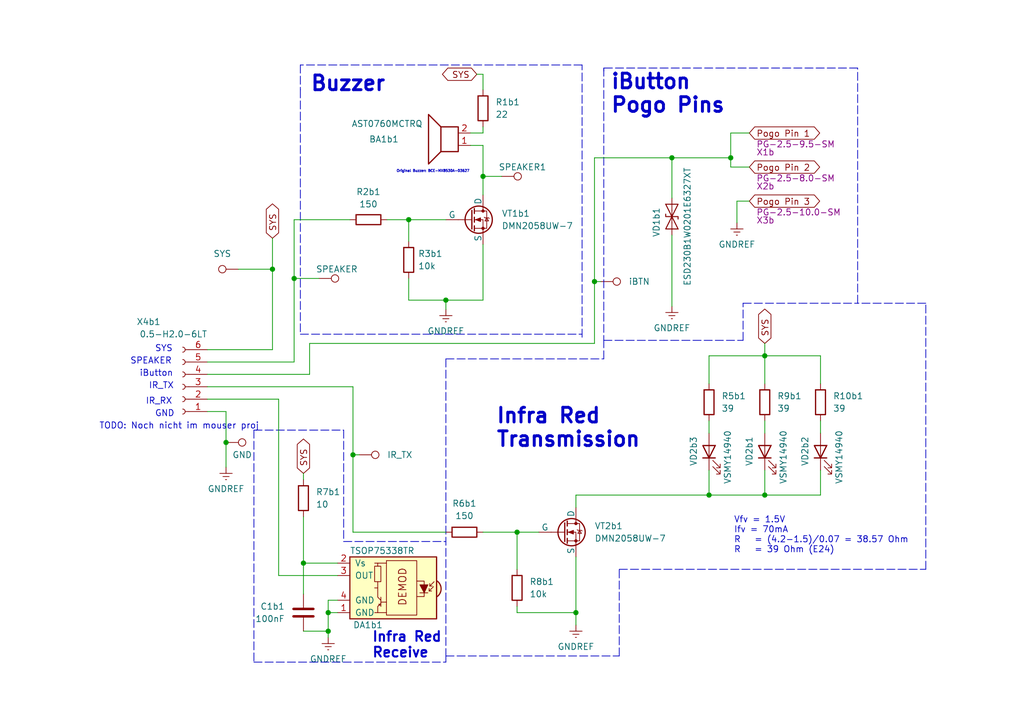
<source format=kicad_sch>
(kicad_sch
	(version 20250114)
	(generator "eeschema")
	(generator_version "9.0")
	(uuid "65b20fda-43ba-4269-bad9-d860ff4d881b")
	(paper "A5")
	(title_block
		(title "Flipper Device DIY")
		(rev "13.F7B9C6")
		(company "Originally from : Flipper Devices Inc.")
		(comment 1 "DIY Version 1.0")
	)
	(lib_symbols
		(symbol "Connector:Conn_01x06_Socket"
			(pin_names
				(offset 1.016)
				(hide yes)
			)
			(exclude_from_sim no)
			(in_bom yes)
			(on_board yes)
			(property "Reference" "J"
				(at 0 7.62 0)
				(effects
					(font
						(size 1.27 1.27)
					)
				)
			)
			(property "Value" "Conn_01x06_Socket"
				(at 0 -10.16 0)
				(effects
					(font
						(size 1.27 1.27)
					)
				)
			)
			(property "Footprint" ""
				(at 0 0 0)
				(effects
					(font
						(size 1.27 1.27)
					)
					(hide yes)
				)
			)
			(property "Datasheet" "~"
				(at 0 0 0)
				(effects
					(font
						(size 1.27 1.27)
					)
					(hide yes)
				)
			)
			(property "Description" "Generic connector, single row, 01x06, script generated"
				(at 0 0 0)
				(effects
					(font
						(size 1.27 1.27)
					)
					(hide yes)
				)
			)
			(property "ki_locked" ""
				(at 0 0 0)
				(effects
					(font
						(size 1.27 1.27)
					)
				)
			)
			(property "ki_keywords" "connector"
				(at 0 0 0)
				(effects
					(font
						(size 1.27 1.27)
					)
					(hide yes)
				)
			)
			(property "ki_fp_filters" "Connector*:*_1x??_*"
				(at 0 0 0)
				(effects
					(font
						(size 1.27 1.27)
					)
					(hide yes)
				)
			)
			(symbol "Conn_01x06_Socket_1_1"
				(polyline
					(pts
						(xy -1.27 5.08) (xy -0.508 5.08)
					)
					(stroke
						(width 0.1524)
						(type default)
					)
					(fill
						(type none)
					)
				)
				(polyline
					(pts
						(xy -1.27 2.54) (xy -0.508 2.54)
					)
					(stroke
						(width 0.1524)
						(type default)
					)
					(fill
						(type none)
					)
				)
				(polyline
					(pts
						(xy -1.27 0) (xy -0.508 0)
					)
					(stroke
						(width 0.1524)
						(type default)
					)
					(fill
						(type none)
					)
				)
				(polyline
					(pts
						(xy -1.27 -2.54) (xy -0.508 -2.54)
					)
					(stroke
						(width 0.1524)
						(type default)
					)
					(fill
						(type none)
					)
				)
				(polyline
					(pts
						(xy -1.27 -5.08) (xy -0.508 -5.08)
					)
					(stroke
						(width 0.1524)
						(type default)
					)
					(fill
						(type none)
					)
				)
				(polyline
					(pts
						(xy -1.27 -7.62) (xy -0.508 -7.62)
					)
					(stroke
						(width 0.1524)
						(type default)
					)
					(fill
						(type none)
					)
				)
				(arc
					(start 0 4.572)
					(mid -0.5058 5.08)
					(end 0 5.588)
					(stroke
						(width 0.1524)
						(type default)
					)
					(fill
						(type none)
					)
				)
				(arc
					(start 0 2.032)
					(mid -0.5058 2.54)
					(end 0 3.048)
					(stroke
						(width 0.1524)
						(type default)
					)
					(fill
						(type none)
					)
				)
				(arc
					(start 0 -0.508)
					(mid -0.5058 0)
					(end 0 0.508)
					(stroke
						(width 0.1524)
						(type default)
					)
					(fill
						(type none)
					)
				)
				(arc
					(start 0 -3.048)
					(mid -0.5058 -2.54)
					(end 0 -2.032)
					(stroke
						(width 0.1524)
						(type default)
					)
					(fill
						(type none)
					)
				)
				(arc
					(start 0 -5.588)
					(mid -0.5058 -5.08)
					(end 0 -4.572)
					(stroke
						(width 0.1524)
						(type default)
					)
					(fill
						(type none)
					)
				)
				(arc
					(start 0 -8.128)
					(mid -0.5058 -7.62)
					(end 0 -7.112)
					(stroke
						(width 0.1524)
						(type default)
					)
					(fill
						(type none)
					)
				)
				(pin passive line
					(at -5.08 5.08 0)
					(length 3.81)
					(name "Pin_1"
						(effects
							(font
								(size 1.27 1.27)
							)
						)
					)
					(number "1"
						(effects
							(font
								(size 1.27 1.27)
							)
						)
					)
				)
				(pin passive line
					(at -5.08 2.54 0)
					(length 3.81)
					(name "Pin_2"
						(effects
							(font
								(size 1.27 1.27)
							)
						)
					)
					(number "2"
						(effects
							(font
								(size 1.27 1.27)
							)
						)
					)
				)
				(pin passive line
					(at -5.08 0 0)
					(length 3.81)
					(name "Pin_3"
						(effects
							(font
								(size 1.27 1.27)
							)
						)
					)
					(number "3"
						(effects
							(font
								(size 1.27 1.27)
							)
						)
					)
				)
				(pin passive line
					(at -5.08 -2.54 0)
					(length 3.81)
					(name "Pin_4"
						(effects
							(font
								(size 1.27 1.27)
							)
						)
					)
					(number "4"
						(effects
							(font
								(size 1.27 1.27)
							)
						)
					)
				)
				(pin passive line
					(at -5.08 -5.08 0)
					(length 3.81)
					(name "Pin_5"
						(effects
							(font
								(size 1.27 1.27)
							)
						)
					)
					(number "5"
						(effects
							(font
								(size 1.27 1.27)
							)
						)
					)
				)
				(pin passive line
					(at -5.08 -7.62 0)
					(length 3.81)
					(name "Pin_6"
						(effects
							(font
								(size 1.27 1.27)
							)
						)
					)
					(number "6"
						(effects
							(font
								(size 1.27 1.27)
							)
						)
					)
				)
			)
			(embedded_fonts no)
		)
		(symbol "Connector:TestPoint"
			(pin_numbers
				(hide yes)
			)
			(pin_names
				(offset 0.762)
				(hide yes)
			)
			(exclude_from_sim no)
			(in_bom yes)
			(on_board yes)
			(property "Reference" "TP"
				(at 0 6.858 0)
				(effects
					(font
						(size 1.27 1.27)
					)
				)
			)
			(property "Value" "TestPoint"
				(at 0 5.08 0)
				(effects
					(font
						(size 1.27 1.27)
					)
				)
			)
			(property "Footprint" ""
				(at 5.08 0 0)
				(effects
					(font
						(size 1.27 1.27)
					)
					(hide yes)
				)
			)
			(property "Datasheet" "~"
				(at 5.08 0 0)
				(effects
					(font
						(size 1.27 1.27)
					)
					(hide yes)
				)
			)
			(property "Description" "test point"
				(at 0 0 0)
				(effects
					(font
						(size 1.27 1.27)
					)
					(hide yes)
				)
			)
			(property "ki_keywords" "test point tp"
				(at 0 0 0)
				(effects
					(font
						(size 1.27 1.27)
					)
					(hide yes)
				)
			)
			(property "ki_fp_filters" "Pin* Test*"
				(at 0 0 0)
				(effects
					(font
						(size 1.27 1.27)
					)
					(hide yes)
				)
			)
			(symbol "TestPoint_0_1"
				(circle
					(center 0 3.302)
					(radius 0.762)
					(stroke
						(width 0)
						(type default)
					)
					(fill
						(type none)
					)
				)
			)
			(symbol "TestPoint_1_1"
				(pin passive line
					(at 0 0 90)
					(length 2.54)
					(name "1"
						(effects
							(font
								(size 1.27 1.27)
							)
						)
					)
					(number "1"
						(effects
							(font
								(size 1.27 1.27)
							)
						)
					)
				)
			)
			(embedded_fonts no)
		)
		(symbol "Device:C"
			(pin_numbers
				(hide yes)
			)
			(pin_names
				(offset 0.254)
			)
			(exclude_from_sim no)
			(in_bom yes)
			(on_board yes)
			(property "Reference" "C"
				(at 0.635 2.54 0)
				(effects
					(font
						(size 1.27 1.27)
					)
					(justify left)
				)
			)
			(property "Value" "C"
				(at 0.635 -2.54 0)
				(effects
					(font
						(size 1.27 1.27)
					)
					(justify left)
				)
			)
			(property "Footprint" ""
				(at 0.9652 -3.81 0)
				(effects
					(font
						(size 1.27 1.27)
					)
					(hide yes)
				)
			)
			(property "Datasheet" "~"
				(at 0 0 0)
				(effects
					(font
						(size 1.27 1.27)
					)
					(hide yes)
				)
			)
			(property "Description" "Unpolarized capacitor"
				(at 0 0 0)
				(effects
					(font
						(size 1.27 1.27)
					)
					(hide yes)
				)
			)
			(property "ki_keywords" "cap capacitor"
				(at 0 0 0)
				(effects
					(font
						(size 1.27 1.27)
					)
					(hide yes)
				)
			)
			(property "ki_fp_filters" "C_*"
				(at 0 0 0)
				(effects
					(font
						(size 1.27 1.27)
					)
					(hide yes)
				)
			)
			(symbol "C_0_1"
				(polyline
					(pts
						(xy -2.032 0.762) (xy 2.032 0.762)
					)
					(stroke
						(width 0.508)
						(type default)
					)
					(fill
						(type none)
					)
				)
				(polyline
					(pts
						(xy -2.032 -0.762) (xy 2.032 -0.762)
					)
					(stroke
						(width 0.508)
						(type default)
					)
					(fill
						(type none)
					)
				)
			)
			(symbol "C_1_1"
				(pin passive line
					(at 0 3.81 270)
					(length 2.794)
					(name "~"
						(effects
							(font
								(size 1.27 1.27)
							)
						)
					)
					(number "1"
						(effects
							(font
								(size 1.27 1.27)
							)
						)
					)
				)
				(pin passive line
					(at 0 -3.81 90)
					(length 2.794)
					(name "~"
						(effects
							(font
								(size 1.27 1.27)
							)
						)
					)
					(number "2"
						(effects
							(font
								(size 1.27 1.27)
							)
						)
					)
				)
			)
			(embedded_fonts no)
		)
		(symbol "Device:LED"
			(pin_numbers
				(hide yes)
			)
			(pin_names
				(offset 1.016)
				(hide yes)
			)
			(exclude_from_sim no)
			(in_bom yes)
			(on_board yes)
			(property "Reference" "D"
				(at 0 2.54 0)
				(effects
					(font
						(size 1.27 1.27)
					)
				)
			)
			(property "Value" "LED"
				(at 0 -2.54 0)
				(effects
					(font
						(size 1.27 1.27)
					)
				)
			)
			(property "Footprint" ""
				(at 0 0 0)
				(effects
					(font
						(size 1.27 1.27)
					)
					(hide yes)
				)
			)
			(property "Datasheet" "~"
				(at 0 0 0)
				(effects
					(font
						(size 1.27 1.27)
					)
					(hide yes)
				)
			)
			(property "Description" "Light emitting diode"
				(at 0 0 0)
				(effects
					(font
						(size 1.27 1.27)
					)
					(hide yes)
				)
			)
			(property "ki_keywords" "LED diode"
				(at 0 0 0)
				(effects
					(font
						(size 1.27 1.27)
					)
					(hide yes)
				)
			)
			(property "ki_fp_filters" "LED* LED_SMD:* LED_THT:*"
				(at 0 0 0)
				(effects
					(font
						(size 1.27 1.27)
					)
					(hide yes)
				)
			)
			(symbol "LED_0_1"
				(polyline
					(pts
						(xy -3.048 -0.762) (xy -4.572 -2.286) (xy -3.81 -2.286) (xy -4.572 -2.286) (xy -4.572 -1.524)
					)
					(stroke
						(width 0)
						(type default)
					)
					(fill
						(type none)
					)
				)
				(polyline
					(pts
						(xy -1.778 -0.762) (xy -3.302 -2.286) (xy -2.54 -2.286) (xy -3.302 -2.286) (xy -3.302 -1.524)
					)
					(stroke
						(width 0)
						(type default)
					)
					(fill
						(type none)
					)
				)
				(polyline
					(pts
						(xy -1.27 0) (xy 1.27 0)
					)
					(stroke
						(width 0)
						(type default)
					)
					(fill
						(type none)
					)
				)
				(polyline
					(pts
						(xy -1.27 -1.27) (xy -1.27 1.27)
					)
					(stroke
						(width 0.254)
						(type default)
					)
					(fill
						(type none)
					)
				)
				(polyline
					(pts
						(xy 1.27 -1.27) (xy 1.27 1.27) (xy -1.27 0) (xy 1.27 -1.27)
					)
					(stroke
						(width 0.254)
						(type default)
					)
					(fill
						(type none)
					)
				)
			)
			(symbol "LED_1_1"
				(pin passive line
					(at -3.81 0 0)
					(length 2.54)
					(name "K"
						(effects
							(font
								(size 1.27 1.27)
							)
						)
					)
					(number "1"
						(effects
							(font
								(size 1.27 1.27)
							)
						)
					)
				)
				(pin passive line
					(at 3.81 0 180)
					(length 2.54)
					(name "A"
						(effects
							(font
								(size 1.27 1.27)
							)
						)
					)
					(number "2"
						(effects
							(font
								(size 1.27 1.27)
							)
						)
					)
				)
			)
			(embedded_fonts no)
		)
		(symbol "Device:R"
			(pin_numbers
				(hide yes)
			)
			(pin_names
				(offset 0)
			)
			(exclude_from_sim no)
			(in_bom yes)
			(on_board yes)
			(property "Reference" "R"
				(at 2.032 0 90)
				(effects
					(font
						(size 1.27 1.27)
					)
				)
			)
			(property "Value" "R"
				(at 0 0 90)
				(effects
					(font
						(size 1.27 1.27)
					)
				)
			)
			(property "Footprint" ""
				(at -1.778 0 90)
				(effects
					(font
						(size 1.27 1.27)
					)
					(hide yes)
				)
			)
			(property "Datasheet" "~"
				(at 0 0 0)
				(effects
					(font
						(size 1.27 1.27)
					)
					(hide yes)
				)
			)
			(property "Description" "Resistor"
				(at 0 0 0)
				(effects
					(font
						(size 1.27 1.27)
					)
					(hide yes)
				)
			)
			(property "ki_keywords" "R res resistor"
				(at 0 0 0)
				(effects
					(font
						(size 1.27 1.27)
					)
					(hide yes)
				)
			)
			(property "ki_fp_filters" "R_*"
				(at 0 0 0)
				(effects
					(font
						(size 1.27 1.27)
					)
					(hide yes)
				)
			)
			(symbol "R_0_1"
				(rectangle
					(start -1.016 -2.54)
					(end 1.016 2.54)
					(stroke
						(width 0.254)
						(type default)
					)
					(fill
						(type none)
					)
				)
			)
			(symbol "R_1_1"
				(pin passive line
					(at 0 3.81 270)
					(length 1.27)
					(name "~"
						(effects
							(font
								(size 1.27 1.27)
							)
						)
					)
					(number "1"
						(effects
							(font
								(size 1.27 1.27)
							)
						)
					)
				)
				(pin passive line
					(at 0 -3.81 90)
					(length 1.27)
					(name "~"
						(effects
							(font
								(size 1.27 1.27)
							)
						)
					)
					(number "2"
						(effects
							(font
								(size 1.27 1.27)
							)
						)
					)
				)
			)
			(embedded_fonts no)
		)
		(symbol "Device:Speaker"
			(pin_names
				(offset 0)
				(hide yes)
			)
			(exclude_from_sim no)
			(in_bom yes)
			(on_board yes)
			(property "Reference" "LS"
				(at 1.27 5.715 0)
				(effects
					(font
						(size 1.27 1.27)
					)
					(justify right)
				)
			)
			(property "Value" "Speaker"
				(at 1.27 3.81 0)
				(effects
					(font
						(size 1.27 1.27)
					)
					(justify right)
				)
			)
			(property "Footprint" ""
				(at 0 -5.08 0)
				(effects
					(font
						(size 1.27 1.27)
					)
					(hide yes)
				)
			)
			(property "Datasheet" "~"
				(at -0.254 -1.27 0)
				(effects
					(font
						(size 1.27 1.27)
					)
					(hide yes)
				)
			)
			(property "Description" "Speaker"
				(at 0 0 0)
				(effects
					(font
						(size 1.27 1.27)
					)
					(hide yes)
				)
			)
			(property "ki_keywords" "speaker sound"
				(at 0 0 0)
				(effects
					(font
						(size 1.27 1.27)
					)
					(hide yes)
				)
			)
			(symbol "Speaker_0_0"
				(rectangle
					(start -2.54 1.27)
					(end 1.016 -3.81)
					(stroke
						(width 0.254)
						(type default)
					)
					(fill
						(type none)
					)
				)
				(polyline
					(pts
						(xy 1.016 1.27) (xy 3.556 3.81) (xy 3.556 -6.35) (xy 1.016 -3.81)
					)
					(stroke
						(width 0.254)
						(type default)
					)
					(fill
						(type none)
					)
				)
			)
			(symbol "Speaker_1_1"
				(pin input line
					(at -5.08 0 0)
					(length 2.54)
					(name "1"
						(effects
							(font
								(size 1.27 1.27)
							)
						)
					)
					(number "1"
						(effects
							(font
								(size 1.27 1.27)
							)
						)
					)
				)
				(pin input line
					(at -5.08 -2.54 0)
					(length 2.54)
					(name "2"
						(effects
							(font
								(size 1.27 1.27)
							)
						)
					)
					(number "2"
						(effects
							(font
								(size 1.27 1.27)
							)
						)
					)
				)
			)
			(embedded_fonts no)
		)
		(symbol "Diode:ESD9B3.3ST5G"
			(pin_numbers
				(hide yes)
			)
			(pin_names
				(offset 1.016)
				(hide yes)
			)
			(exclude_from_sim no)
			(in_bom yes)
			(on_board yes)
			(property "Reference" "D"
				(at 0 2.54 0)
				(effects
					(font
						(size 1.27 1.27)
					)
				)
			)
			(property "Value" "ESD9B3.3ST5G"
				(at 0 -2.54 0)
				(effects
					(font
						(size 1.27 1.27)
					)
				)
			)
			(property "Footprint" "Diode_SMD:D_SOD-923"
				(at 0 0 0)
				(effects
					(font
						(size 1.27 1.27)
					)
					(hide yes)
				)
			)
			(property "Datasheet" "https://www.onsemi.com/pub/Collateral/ESD9B-D.PDF"
				(at 0 0 0)
				(effects
					(font
						(size 1.27 1.27)
					)
					(hide yes)
				)
			)
			(property "Description" "ESD protection diode, 3.3Vrwm, SOD-923"
				(at 0 0 0)
				(effects
					(font
						(size 1.27 1.27)
					)
					(hide yes)
				)
			)
			(property "ki_keywords" "diode TVS ESD"
				(at 0 0 0)
				(effects
					(font
						(size 1.27 1.27)
					)
					(hide yes)
				)
			)
			(property "ki_fp_filters" "D*SOD?923*"
				(at 0 0 0)
				(effects
					(font
						(size 1.27 1.27)
					)
					(hide yes)
				)
			)
			(symbol "ESD9B3.3ST5G_0_1"
				(polyline
					(pts
						(xy -2.54 -1.27) (xy 0 0) (xy -2.54 1.27) (xy -2.54 -1.27)
					)
					(stroke
						(width 0.2032)
						(type default)
					)
					(fill
						(type none)
					)
				)
				(polyline
					(pts
						(xy 0.508 1.27) (xy 0 1.27) (xy 0 -1.27) (xy -0.508 -1.27)
					)
					(stroke
						(width 0.2032)
						(type default)
					)
					(fill
						(type none)
					)
				)
				(polyline
					(pts
						(xy 1.27 0) (xy -1.27 0)
					)
					(stroke
						(width 0)
						(type default)
					)
					(fill
						(type none)
					)
				)
				(polyline
					(pts
						(xy 2.54 1.27) (xy 2.54 -1.27) (xy 0 0) (xy 2.54 1.27)
					)
					(stroke
						(width 0.2032)
						(type default)
					)
					(fill
						(type none)
					)
				)
			)
			(symbol "ESD9B3.3ST5G_1_1"
				(pin passive line
					(at -3.81 0 0)
					(length 2.54)
					(name "A1"
						(effects
							(font
								(size 1.27 1.27)
							)
						)
					)
					(number "1"
						(effects
							(font
								(size 1.27 1.27)
							)
						)
					)
				)
				(pin passive line
					(at 3.81 0 180)
					(length 2.54)
					(name "A2"
						(effects
							(font
								(size 1.27 1.27)
							)
						)
					)
					(number "2"
						(effects
							(font
								(size 1.27 1.27)
							)
						)
					)
				)
			)
			(embedded_fonts no)
		)
		(symbol "Interface_Optical:TSOP21xx"
			(pin_names
				(offset 1.016)
			)
			(exclude_from_sim no)
			(in_bom yes)
			(on_board yes)
			(property "Reference" "DA1b"
				(at 6.985 -7.62 0)
				(effects
					(font
						(size 1.27 1.27)
					)
					(justify right)
				)
			)
			(property "Value" "TSOP75338TR"
				(at 7.62 7.62 0)
				(effects
					(font
						(size 1.27 1.27)
					)
					(justify right)
				)
			)
			(property "Footprint" ""
				(at -1.27 -9.525 0)
				(effects
					(font
						(size 1.27 1.27)
					)
					(hide yes)
				)
			)
			(property "Datasheet" "http://www.vishay.com/docs/82460/tsop45.pdf"
				(at 16.51 7.62 0)
				(effects
					(font
						(size 1.27 1.27)
					)
					(hide yes)
				)
			)
			(property "Description" "IR Receiver Modules for Remote Control Systems"
				(at 0 0 0)
				(effects
					(font
						(size 1.27 1.27)
					)
					(hide yes)
				)
			)
			(property "ki_keywords" "opto IR receiver"
				(at 0 0 0)
				(effects
					(font
						(size 1.27 1.27)
					)
					(hide yes)
				)
			)
			(property "ki_fp_filters" "Vishay*MOLD*"
				(at 0 0 0)
				(effects
					(font
						(size 1.27 1.27)
					)
					(hide yes)
				)
			)
			(symbol "TSOP21xx_0_0"
				(arc
					(start -10.287 -1.778)
					(mid -11.0899 -0.1905)
					(end -10.287 1.397)
					(stroke
						(width 0.254)
						(type default)
					)
					(fill
						(type background)
					)
				)
				(polyline
					(pts
						(xy 1.905 5.08) (xy 0.127 5.08)
					)
					(stroke
						(width 0)
						(type default)
					)
					(fill
						(type none)
					)
				)
				(polyline
					(pts
						(xy 1.905 -5.08) (xy 0.127 -5.08)
					)
					(stroke
						(width 0)
						(type default)
					)
					(fill
						(type none)
					)
				)
				(text "DEMOD"
					(at -3.175 0.254 900)
					(effects
						(font
							(size 1.524 1.524)
						)
					)
				)
			)
			(symbol "TSOP21xx_0_1"
				(polyline
					(pts
						(xy -8.763 0.381) (xy -9.652 1.27)
					)
					(stroke
						(width 0)
						(type default)
					)
					(fill
						(type none)
					)
				)
				(polyline
					(pts
						(xy -8.763 0.381) (xy -9.271 0.381)
					)
					(stroke
						(width 0)
						(type default)
					)
					(fill
						(type none)
					)
				)
				(polyline
					(pts
						(xy -8.763 0.381) (xy -8.763 0.889)
					)
					(stroke
						(width 0)
						(type default)
					)
					(fill
						(type none)
					)
				)
				(polyline
					(pts
						(xy -8.636 -0.635) (xy -9.525 0.254)
					)
					(stroke
						(width 0)
						(type default)
					)
					(fill
						(type none)
					)
				)
				(polyline
					(pts
						(xy -8.636 -0.635) (xy -9.144 -0.635)
					)
					(stroke
						(width 0)
						(type default)
					)
					(fill
						(type none)
					)
				)
				(polyline
					(pts
						(xy -8.636 -0.635) (xy -8.636 -0.127)
					)
					(stroke
						(width 0)
						(type default)
					)
					(fill
						(type none)
					)
				)
				(polyline
					(pts
						(xy -8.382 0.635) (xy -6.731 0.635) (xy -7.62 -1.016) (xy -8.382 0.635)
					)
					(stroke
						(width 0)
						(type default)
					)
					(fill
						(type outline)
					)
				)
				(polyline
					(pts
						(xy -8.382 -1.016) (xy -6.731 -1.016)
					)
					(stroke
						(width 0)
						(type default)
					)
					(fill
						(type none)
					)
				)
				(rectangle
					(start -6.096 5.588)
					(end 0.127 -5.588)
					(stroke
						(width 0)
						(type default)
					)
					(fill
						(type none)
					)
				)
				(polyline
					(pts
						(xy -6.096 1.397) (xy -7.62 1.397) (xy -7.62 -1.778) (xy -6.096 -1.778)
					)
					(stroke
						(width 0)
						(type default)
					)
					(fill
						(type none)
					)
				)
				(polyline
					(pts
						(xy 1.27 -1.905) (xy 1.27 -3.81)
					)
					(stroke
						(width 0)
						(type default)
					)
					(fill
						(type none)
					)
				)
				(polyline
					(pts
						(xy 1.27 -2.54) (xy 1.905 -1.905) (xy 1.905 0) (xy 2.54 0)
					)
					(stroke
						(width 0)
						(type default)
					)
					(fill
						(type none)
					)
				)
				(polyline
					(pts
						(xy 1.27 -2.921) (xy 0.127 -2.921)
					)
					(stroke
						(width 0)
						(type default)
					)
					(fill
						(type none)
					)
				)
				(polyline
					(pts
						(xy 1.27 -3.175) (xy 1.905 -3.81) (xy 1.905 -5.08) (xy 2.54 -5.08)
					)
					(stroke
						(width 0)
						(type default)
					)
					(fill
						(type none)
					)
				)
				(polyline
					(pts
						(xy 1.397 -3.556) (xy 1.524 -3.556)
					)
					(stroke
						(width 0)
						(type default)
					)
					(fill
						(type none)
					)
				)
				(polyline
					(pts
						(xy 1.651 -3.556) (xy 1.524 -3.556)
					)
					(stroke
						(width 0)
						(type default)
					)
					(fill
						(type none)
					)
				)
				(polyline
					(pts
						(xy 1.651 -3.556) (xy 1.651 -3.302)
					)
					(stroke
						(width 0)
						(type default)
					)
					(fill
						(type none)
					)
				)
				(polyline
					(pts
						(xy 1.905 4.445) (xy 1.905 5.08) (xy 2.54 5.08)
					)
					(stroke
						(width 0)
						(type default)
					)
					(fill
						(type none)
					)
				)
				(polyline
					(pts
						(xy 1.905 0) (xy 1.905 1.27)
					)
					(stroke
						(width 0)
						(type default)
					)
					(fill
						(type none)
					)
				)
				(rectangle
					(start 2.54 1.27)
					(end 1.27 4.445)
					(stroke
						(width 0)
						(type default)
					)
					(fill
						(type none)
					)
				)
				(rectangle
					(start 7.62 6.35)
					(end -10.16 -6.35)
					(stroke
						(width 0.254)
						(type default)
					)
					(fill
						(type background)
					)
				)
			)
			(symbol "TSOP21xx_1_1"
				(pin power_in line
					(at 10.16 5.08 180)
					(length 2.54)
					(name "Vs"
						(effects
							(font
								(size 1.27 1.27)
							)
						)
					)
					(number "2"
						(effects
							(font
								(size 1.27 1.27)
							)
						)
					)
				)
				(pin output line
					(at 10.16 2.54 180)
					(length 2.54)
					(name "OUT"
						(effects
							(font
								(size 1.27 1.27)
							)
						)
					)
					(number "3"
						(effects
							(font
								(size 1.27 1.27)
							)
						)
					)
				)
				(pin power_in line
					(at 10.16 -2.54 180)
					(length 2.54)
					(name "GND"
						(effects
							(font
								(size 1.27 1.27)
							)
						)
					)
					(number "4"
						(effects
							(font
								(size 1.27 1.27)
							)
						)
					)
				)
				(pin power_in line
					(at 10.16 -5.08 180)
					(length 2.54)
					(name "GND"
						(effects
							(font
								(size 1.27 1.27)
							)
						)
					)
					(number "1"
						(effects
							(font
								(size 1.27 1.27)
							)
						)
					)
				)
			)
			(embedded_fonts no)
		)
		(symbol "Simulation_SPICE:NMOS"
			(pin_numbers
				(hide yes)
			)
			(pin_names
				(offset 0)
			)
			(exclude_from_sim no)
			(in_bom yes)
			(on_board yes)
			(property "Reference" "Q"
				(at 5.08 1.27 0)
				(effects
					(font
						(size 1.27 1.27)
					)
					(justify left)
				)
			)
			(property "Value" "NMOS"
				(at 5.08 -1.27 0)
				(effects
					(font
						(size 1.27 1.27)
					)
					(justify left)
				)
			)
			(property "Footprint" ""
				(at 5.08 2.54 0)
				(effects
					(font
						(size 1.27 1.27)
					)
					(hide yes)
				)
			)
			(property "Datasheet" "https://ngspice.sourceforge.io/docs/ngspice-manual.pdf"
				(at 0 -12.7 0)
				(effects
					(font
						(size 1.27 1.27)
					)
					(hide yes)
				)
			)
			(property "Description" "N-MOSFET transistor, drain/source/gate"
				(at 0 0 0)
				(effects
					(font
						(size 1.27 1.27)
					)
					(hide yes)
				)
			)
			(property "Sim.Device" "NMOS"
				(at 0 -17.145 0)
				(effects
					(font
						(size 1.27 1.27)
					)
					(hide yes)
				)
			)
			(property "Sim.Type" "VDMOS"
				(at 0 -19.05 0)
				(effects
					(font
						(size 1.27 1.27)
					)
					(hide yes)
				)
			)
			(property "Sim.Pins" "1=D 2=G 3=S"
				(at 0 -15.24 0)
				(effects
					(font
						(size 1.27 1.27)
					)
					(hide yes)
				)
			)
			(property "ki_keywords" "transistor NMOS N-MOS N-MOSFET simulation"
				(at 0 0 0)
				(effects
					(font
						(size 1.27 1.27)
					)
					(hide yes)
				)
			)
			(symbol "NMOS_0_1"
				(polyline
					(pts
						(xy 0.254 1.905) (xy 0.254 -1.905)
					)
					(stroke
						(width 0.254)
						(type default)
					)
					(fill
						(type none)
					)
				)
				(polyline
					(pts
						(xy 0.254 0) (xy -2.54 0)
					)
					(stroke
						(width 0)
						(type default)
					)
					(fill
						(type none)
					)
				)
				(polyline
					(pts
						(xy 0.762 2.286) (xy 0.762 1.27)
					)
					(stroke
						(width 0.254)
						(type default)
					)
					(fill
						(type none)
					)
				)
				(polyline
					(pts
						(xy 0.762 0.508) (xy 0.762 -0.508)
					)
					(stroke
						(width 0.254)
						(type default)
					)
					(fill
						(type none)
					)
				)
				(polyline
					(pts
						(xy 0.762 -1.27) (xy 0.762 -2.286)
					)
					(stroke
						(width 0.254)
						(type default)
					)
					(fill
						(type none)
					)
				)
				(polyline
					(pts
						(xy 0.762 -1.778) (xy 3.302 -1.778) (xy 3.302 1.778) (xy 0.762 1.778)
					)
					(stroke
						(width 0)
						(type default)
					)
					(fill
						(type none)
					)
				)
				(polyline
					(pts
						(xy 1.016 0) (xy 2.032 0.381) (xy 2.032 -0.381) (xy 1.016 0)
					)
					(stroke
						(width 0)
						(type default)
					)
					(fill
						(type outline)
					)
				)
				(circle
					(center 1.651 0)
					(radius 2.794)
					(stroke
						(width 0.254)
						(type default)
					)
					(fill
						(type none)
					)
				)
				(polyline
					(pts
						(xy 2.54 2.54) (xy 2.54 1.778)
					)
					(stroke
						(width 0)
						(type default)
					)
					(fill
						(type none)
					)
				)
				(circle
					(center 2.54 1.778)
					(radius 0.254)
					(stroke
						(width 0)
						(type default)
					)
					(fill
						(type outline)
					)
				)
				(circle
					(center 2.54 -1.778)
					(radius 0.254)
					(stroke
						(width 0)
						(type default)
					)
					(fill
						(type outline)
					)
				)
				(polyline
					(pts
						(xy 2.54 -2.54) (xy 2.54 0) (xy 0.762 0)
					)
					(stroke
						(width 0)
						(type default)
					)
					(fill
						(type none)
					)
				)
				(polyline
					(pts
						(xy 2.794 0.508) (xy 2.921 0.381) (xy 3.683 0.381) (xy 3.81 0.254)
					)
					(stroke
						(width 0)
						(type default)
					)
					(fill
						(type none)
					)
				)
				(polyline
					(pts
						(xy 3.302 0.381) (xy 2.921 -0.254) (xy 3.683 -0.254) (xy 3.302 0.381)
					)
					(stroke
						(width 0)
						(type default)
					)
					(fill
						(type none)
					)
				)
			)
			(symbol "NMOS_1_1"
				(pin input line
					(at -5.08 0 0)
					(length 2.54)
					(name "G"
						(effects
							(font
								(size 1.27 1.27)
							)
						)
					)
					(number "2"
						(effects
							(font
								(size 1.27 1.27)
							)
						)
					)
				)
				(pin passive line
					(at 2.54 5.08 270)
					(length 2.54)
					(name "D"
						(effects
							(font
								(size 1.27 1.27)
							)
						)
					)
					(number "1"
						(effects
							(font
								(size 1.27 1.27)
							)
						)
					)
				)
				(pin passive line
					(at 2.54 -5.08 90)
					(length 2.54)
					(name "S"
						(effects
							(font
								(size 1.27 1.27)
							)
						)
					)
					(number "3"
						(effects
							(font
								(size 1.27 1.27)
							)
						)
					)
				)
			)
			(embedded_fonts no)
		)
		(symbol "power:GNDREF"
			(power)
			(pin_names
				(offset 0)
			)
			(exclude_from_sim no)
			(in_bom yes)
			(on_board yes)
			(property "Reference" "#PWR"
				(at 0 -6.35 0)
				(effects
					(font
						(size 1.27 1.27)
					)
					(hide yes)
				)
			)
			(property "Value" "GNDREF"
				(at 0 -3.81 0)
				(effects
					(font
						(size 1.27 1.27)
					)
				)
			)
			(property "Footprint" ""
				(at 0 0 0)
				(effects
					(font
						(size 1.27 1.27)
					)
					(hide yes)
				)
			)
			(property "Datasheet" ""
				(at 0 0 0)
				(effects
					(font
						(size 1.27 1.27)
					)
					(hide yes)
				)
			)
			(property "Description" "Power symbol creates a global label with name \"GNDREF\" , reference supply ground"
				(at 0 0 0)
				(effects
					(font
						(size 1.27 1.27)
					)
					(hide yes)
				)
			)
			(property "ki_keywords" "global power"
				(at 0 0 0)
				(effects
					(font
						(size 1.27 1.27)
					)
					(hide yes)
				)
			)
			(symbol "GNDREF_0_1"
				(polyline
					(pts
						(xy -0.635 -1.905) (xy 0.635 -1.905)
					)
					(stroke
						(width 0)
						(type default)
					)
					(fill
						(type none)
					)
				)
				(polyline
					(pts
						(xy -0.127 -2.54) (xy 0.127 -2.54)
					)
					(stroke
						(width 0)
						(type default)
					)
					(fill
						(type none)
					)
				)
				(polyline
					(pts
						(xy 0 -1.27) (xy 0 0)
					)
					(stroke
						(width 0)
						(type default)
					)
					(fill
						(type none)
					)
				)
				(polyline
					(pts
						(xy 1.27 -1.27) (xy -1.27 -1.27)
					)
					(stroke
						(width 0)
						(type default)
					)
					(fill
						(type none)
					)
				)
			)
			(symbol "GNDREF_1_1"
				(pin power_in line
					(at 0 0 270)
					(length 0)
					(hide yes)
					(name "GNDREF"
						(effects
							(font
								(size 1.27 1.27)
							)
						)
					)
					(number "1"
						(effects
							(font
								(size 1.27 1.27)
							)
						)
					)
				)
			)
			(embedded_fonts no)
		)
	)
	(text "GND"
		(exclude_from_sim no)
		(at 31.75 85.725 0)
		(effects
			(font
				(size 1.27 1.27)
			)
			(justify left bottom)
		)
		(uuid "3c67aef4-44a9-45b1-8d81-ae76ce804083")
	)
	(text "iButton"
		(exclude_from_sim no)
		(at 28.575 77.47 0)
		(effects
			(font
				(size 1.27 1.27)
			)
			(justify left bottom)
		)
		(uuid "5ec62b19-ed5d-4c2c-82c4-8e8d7fedcc62")
	)
	(text "IR_RX"
		(exclude_from_sim no)
		(at 29.845 83.185 0)
		(effects
			(font
				(size 1.27 1.27)
			)
			(justify left bottom)
		)
		(uuid "626a05ea-b5fb-45cc-b4ad-d8c1f078c839")
	)
	(text "Infra Red\nTransmission"
		(exclude_from_sim no)
		(at 101.6 92.075 0)
		(effects
			(font
				(size 3 3)
				(bold yes)
			)
			(justify left bottom)
		)
		(uuid "80c3c334-4b89-4783-a170-26ea2f3936bb")
	)
	(text "Buzzer"
		(exclude_from_sim no)
		(at 63.5 19.05 0)
		(effects
			(font
				(size 3 3)
				(thickness 0.6)
				(bold yes)
			)
			(justify left bottom)
		)
		(uuid "83529cb6-39ca-487f-965e-2efc121a7c91")
	)
	(text "SYS"
		(exclude_from_sim no)
		(at 31.75 72.39 0)
		(effects
			(font
				(size 1.27 1.27)
			)
			(justify left bottom)
		)
		(uuid "86c20ecb-8e6b-443a-804f-75a80cc265c3")
	)
	(text "IR_TX"
		(exclude_from_sim no)
		(at 30.48 80.01 0)
		(effects
			(font
				(size 1.27 1.27)
			)
			(justify left bottom)
		)
		(uuid "9056d7e0-db08-450f-b326-95369baf5747")
	)
	(text "SPEAKER"
		(exclude_from_sim no)
		(at 26.67 74.93 0)
		(effects
			(font
				(size 1.27 1.27)
			)
			(justify left bottom)
		)
		(uuid "cfaf030a-03a0-478e-a66c-b733aee8aac6")
	)
	(text "iButton \nPogo Pins"
		(exclude_from_sim no)
		(at 125.095 23.495 0)
		(effects
			(font
				(size 3 3)
				(bold yes)
			)
			(justify left bottom)
		)
		(uuid "d566e307-177c-41cb-a26d-3e81c16e6d1b")
	)
	(text "Vfv = 1.5V\nIfv = 70mA\nR   = (4.2-1.5)/0.07 = 38.57 Ohm\nR   = 39 Ohm (E24)"
		(exclude_from_sim no)
		(at 150.495 113.665 0)
		(effects
			(font
				(size 1.27 1.27)
			)
			(justify left bottom)
		)
		(uuid "e3c993dd-fbd5-4a02-8ff9-54c6b6763c8d")
	)
	(text "Original Buzzer: BCE-MX8530A-03627"
		(exclude_from_sim no)
		(at 81.28 35.56 0)
		(effects
			(font
				(size 0.5 0.5)
			)
			(justify left bottom)
		)
		(uuid "eac87745-1cad-4b79-9cb1-98f4c07c67b2")
	)
	(text "TODO: Noch nicht im mouser proj"
		(exclude_from_sim no)
		(at 20.32 88.265 0)
		(effects
			(font
				(size 1.27 1.27)
			)
			(justify left bottom)
		)
		(uuid "eeb978f4-8b07-475b-be38-3cf3966bc2d9")
	)
	(text "Infra Red\nReceive"
		(exclude_from_sim no)
		(at 76.2 135.255 0)
		(effects
			(font
				(size 2 2)
				(bold yes)
			)
			(justify left bottom)
		)
		(uuid "efc52040-50f6-487b-aa06-10e477d03e8c")
	)
	(junction
		(at 91.44 61.595)
		(diameter 0)
		(color 0 0 0 0)
		(uuid "18262562-bd34-40ce-9eed-9b99efab8f6c")
	)
	(junction
		(at 99.06 36.195)
		(diameter 0)
		(color 0 0 0 0)
		(uuid "18c4ac7e-d62a-4de9-9621-932f84206fd5")
	)
	(junction
		(at 62.23 115.57)
		(diameter 0)
		(color 0 0 0 0)
		(uuid "23a0806c-5baa-416b-9bad-98e9291328ee")
	)
	(junction
		(at 121.92 57.785)
		(diameter 0)
		(color 0 0 0 0)
		(uuid "2553872c-ddd3-469f-b108-577bebc2f496")
	)
	(junction
		(at 60.325 57.15)
		(diameter 0)
		(color 0 0 0 0)
		(uuid "40e01a06-ab36-4d89-a9d0-5dfe1c5234b7")
	)
	(junction
		(at 46.355 90.805)
		(diameter 0)
		(color 0 0 0 0)
		(uuid "66b7df22-ae4c-4dbd-be44-84a873c420be")
	)
	(junction
		(at 156.845 73.025)
		(diameter 0)
		(color 0 0 0 0)
		(uuid "684124a4-3c84-4636-8464-f54abe52297d")
	)
	(junction
		(at 67.31 125.73)
		(diameter 0)
		(color 0 0 0 0)
		(uuid "692e2927-5164-4604-bc3f-9036520df53a")
	)
	(junction
		(at 156.845 101.6)
		(diameter 0)
		(color 0 0 0 0)
		(uuid "6bff2330-b56c-4f47-b6d0-8e5f5dc05efe")
	)
	(junction
		(at 72.39 93.345)
		(diameter 0)
		(color 0 0 0 0)
		(uuid "78419cdd-8f02-4832-9079-7bde5c45eefd")
	)
	(junction
		(at 55.88 55.245)
		(diameter 0)
		(color 0 0 0 0)
		(uuid "82d98298-6aee-47f1-ab39-ab4d1b6fc08f")
	)
	(junction
		(at 137.795 32.385)
		(diameter 0)
		(color 0 0 0 0)
		(uuid "84638c93-1214-4473-ac79-36e593aa9afb")
	)
	(junction
		(at 83.82 45.085)
		(diameter 0)
		(color 0 0 0 0)
		(uuid "94c4f646-0bf6-421a-a25f-46784ce4c5c2")
	)
	(junction
		(at 106.045 109.22)
		(diameter 0)
		(color 0 0 0 0)
		(uuid "b5184883-4fe6-43cd-86ec-a94fe4ee58c7")
	)
	(junction
		(at 145.415 101.6)
		(diameter 0)
		(color 0 0 0 0)
		(uuid "c41696be-6b73-430e-829f-3a2e4f5321a4")
	)
	(junction
		(at 149.86 32.385)
		(diameter 0)
		(color 0 0 0 0)
		(uuid "c47ef970-b70b-4c49-8494-4c078e176c68")
	)
	(junction
		(at 118.11 125.73)
		(diameter 0)
		(color 0 0 0 0)
		(uuid "e5cd9bfc-c404-4cc8-868b-dc438521f7a5")
	)
	(junction
		(at 67.31 129.54)
		(diameter 0)
		(color 0 0 0 0)
		(uuid "f7c00c1a-295d-4b6f-9475-ea61cb95ea32")
	)
	(polyline
		(pts
			(xy 119.38 69.215) (xy 119.38 13.335)
		)
		(stroke
			(width 0)
			(type dash)
		)
		(uuid "0075984c-98d3-4351-aff8-9dd5a99c15fe")
	)
	(wire
		(pts
			(xy 118.11 125.73) (xy 118.11 128.27)
		)
		(stroke
			(width 0)
			(type default)
		)
		(uuid "04b39d52-ed1e-4667-a255-7b7e32c65475")
	)
	(wire
		(pts
			(xy 63.5 70.485) (xy 63.5 76.835)
		)
		(stroke
			(width 0)
			(type default)
		)
		(uuid "06d36942-7d87-4055-8b3d-e321d8fa6f89")
	)
	(wire
		(pts
			(xy 67.31 125.73) (xy 69.215 125.73)
		)
		(stroke
			(width 0)
			(type default)
		)
		(uuid "06dbb887-0aad-4e6e-9b11-74eca2a011df")
	)
	(wire
		(pts
			(xy 99.06 15.24) (xy 97.79 15.24)
		)
		(stroke
			(width 0)
			(type default)
		)
		(uuid "075c0394-135a-4058-aa83-9bf870503987")
	)
	(wire
		(pts
			(xy 48.895 55.245) (xy 55.88 55.245)
		)
		(stroke
			(width 0)
			(type default)
		)
		(uuid "092fb330-149b-4751-8d68-3a635887ed3b")
	)
	(wire
		(pts
			(xy 118.11 101.6) (xy 145.415 101.6)
		)
		(stroke
			(width 0)
			(type default)
		)
		(uuid "10636243-7365-4931-802f-6ddd09b8b21e")
	)
	(wire
		(pts
			(xy 168.275 78.74) (xy 168.275 73.025)
		)
		(stroke
			(width 0)
			(type default)
		)
		(uuid "140340a8-5333-46d1-95ea-780f44655c89")
	)
	(wire
		(pts
			(xy 153.67 27.305) (xy 149.86 27.305)
		)
		(stroke
			(width 0)
			(type default)
		)
		(uuid "165c4866-d461-4b48-a9dc-1a32c925929a")
	)
	(polyline
		(pts
			(xy 152.4 69.85) (xy 152.4 62.23)
		)
		(stroke
			(width 0)
			(type dash)
		)
		(uuid "1bf49194-c81c-4060-aa0e-1344eb586224")
	)
	(wire
		(pts
			(xy 72.39 79.375) (xy 42.545 79.375)
		)
		(stroke
			(width 0)
			(type default)
		)
		(uuid "1c8a10e4-474b-44ce-aa35-6efd62c600f3")
	)
	(wire
		(pts
			(xy 67.31 123.19) (xy 67.31 125.73)
		)
		(stroke
			(width 0)
			(type default)
		)
		(uuid "2194738c-3ea2-4da8-b867-a2f36f5998cf")
	)
	(wire
		(pts
			(xy 65.405 57.15) (xy 60.325 57.15)
		)
		(stroke
			(width 0)
			(type default)
		)
		(uuid "24c8d4d7-edb6-4898-8487-e1390620e939")
	)
	(wire
		(pts
			(xy 118.11 114.3) (xy 118.11 125.73)
		)
		(stroke
			(width 0)
			(type default)
		)
		(uuid "26f4a910-2fcb-4f85-813e-fbfcabd8000f")
	)
	(wire
		(pts
			(xy 149.86 32.385) (xy 137.795 32.385)
		)
		(stroke
			(width 0)
			(type default)
		)
		(uuid "287be958-5e1b-478a-8638-3340cf3f0621")
	)
	(wire
		(pts
			(xy 71.755 45.085) (xy 60.325 45.085)
		)
		(stroke
			(width 0)
			(type default)
		)
		(uuid "299dbbb7-f137-4ccf-9d40-b9c03fb9fa16")
	)
	(wire
		(pts
			(xy 57.15 118.11) (xy 57.15 81.915)
		)
		(stroke
			(width 0)
			(type default)
		)
		(uuid "2df95299-7a76-4386-a0a7-ff090c7e2cb4")
	)
	(polyline
		(pts
			(xy 189.865 62.23) (xy 175.895 62.23)
		)
		(stroke
			(width 0)
			(type dash)
		)
		(uuid "2fbf466c-c1be-4bf2-a027-2267c8fa593c")
	)
	(polyline
		(pts
			(xy 91.44 73.66) (xy 123.825 73.66)
		)
		(stroke
			(width 0)
			(type dash)
		)
		(uuid "3160e9c5-4aa8-4a4a-876e-e22dabf72a24")
	)
	(wire
		(pts
			(xy 149.86 27.305) (xy 149.86 32.385)
		)
		(stroke
			(width 0)
			(type default)
		)
		(uuid "32f8e755-4398-4946-9325-da0528c26e51")
	)
	(polyline
		(pts
			(xy 52.07 135.89) (xy 91.44 135.89)
		)
		(stroke
			(width 0)
			(type dash)
		)
		(uuid "330f5ae5-66b8-4a3a-9742-a9787a0b2e64")
	)
	(wire
		(pts
			(xy 42.545 84.455) (xy 46.355 84.455)
		)
		(stroke
			(width 0)
			(type default)
		)
		(uuid "33b59765-e8d8-4f2e-b61b-b4cdc3d36278")
	)
	(polyline
		(pts
			(xy 61.595 18.415) (xy 61.595 18.415)
		)
		(stroke
			(width 0)
			(type default)
		)
		(uuid "377994bd-61be-4ce7-8e49-0e9dbfcb4c68")
	)
	(polyline
		(pts
			(xy 52.07 88.265) (xy 70.485 88.265)
		)
		(stroke
			(width 0)
			(type dash)
		)
		(uuid "37dbca30-e1c8-4de9-a879-1b96e1d200c6")
	)
	(wire
		(pts
			(xy 91.44 61.595) (xy 99.06 61.595)
		)
		(stroke
			(width 0)
			(type default)
		)
		(uuid "39d8bae5-19a8-4102-8c71-ce9a281dc1ca")
	)
	(polyline
		(pts
			(xy 70.485 88.265) (xy 70.485 111.125)
		)
		(stroke
			(width 0)
			(type dash)
		)
		(uuid "3dd69178-0fd9-4c77-a896-fe33fd0e571d")
	)
	(polyline
		(pts
			(xy 189.865 116.84) (xy 189.865 62.23)
		)
		(stroke
			(width 0)
			(type dash)
		)
		(uuid "400202ec-274d-4c31-8776-1938df84db5e")
	)
	(wire
		(pts
			(xy 151.13 41.275) (xy 151.13 45.72)
		)
		(stroke
			(width 0)
			(type default)
		)
		(uuid "4172efc7-1730-40ce-8012-d09bd5059112")
	)
	(wire
		(pts
			(xy 99.06 18.415) (xy 99.06 15.24)
		)
		(stroke
			(width 0)
			(type default)
		)
		(uuid "4555276c-f7ab-4d72-b6eb-302f5bc3d5b7")
	)
	(wire
		(pts
			(xy 145.415 96.52) (xy 145.415 101.6)
		)
		(stroke
			(width 0)
			(type default)
		)
		(uuid "4782d6c3-ea06-4545-a8c6-9b7ac2b0e9ab")
	)
	(polyline
		(pts
			(xy 61.595 13.335) (xy 61.595 18.415)
		)
		(stroke
			(width 0)
			(type dash)
		)
		(uuid "48fa047a-1ed3-475a-8b56-2bf95d2f6744")
	)
	(polyline
		(pts
			(xy 91.44 135.89) (xy 91.44 134.62)
		)
		(stroke
			(width 0)
			(type dash)
		)
		(uuid "4b7095bc-12a6-4c26-9b7a-afe0f202c3a3")
	)
	(wire
		(pts
			(xy 156.845 73.025) (xy 156.845 70.485)
		)
		(stroke
			(width 0)
			(type default)
		)
		(uuid "4dcded31-597d-4485-bc79-7b108d762bb2")
	)
	(wire
		(pts
			(xy 55.88 55.245) (xy 55.88 48.895)
		)
		(stroke
			(width 0)
			(type default)
		)
		(uuid "51a2894c-46d9-472f-aaf0-f8cad80bea09")
	)
	(wire
		(pts
			(xy 121.92 32.385) (xy 121.92 57.785)
		)
		(stroke
			(width 0)
			(type default)
		)
		(uuid "51c94aec-3d66-4073-979c-a8391de4398c")
	)
	(polyline
		(pts
			(xy 123.825 13.97) (xy 123.825 14.605)
		)
		(stroke
			(width 0)
			(type default)
		)
		(uuid "51db24a3-a81a-4d22-a0fe-2b215058b055")
	)
	(wire
		(pts
			(xy 99.06 109.22) (xy 106.045 109.22)
		)
		(stroke
			(width 0)
			(type default)
		)
		(uuid "54bcfc3a-3912-44d5-bd19-89908a50331a")
	)
	(wire
		(pts
			(xy 83.82 45.085) (xy 79.375 45.085)
		)
		(stroke
			(width 0)
			(type default)
		)
		(uuid "5650ec69-18c5-467a-b60f-66fc07c676b0")
	)
	(wire
		(pts
			(xy 121.92 57.785) (xy 121.92 70.485)
		)
		(stroke
			(width 0)
			(type default)
		)
		(uuid "5d58d3f7-7842-4f58-9b17-dee552964ef9")
	)
	(wire
		(pts
			(xy 137.795 48.26) (xy 137.795 62.865)
		)
		(stroke
			(width 0)
			(type default)
		)
		(uuid "5d625791-5e5d-4cb2-8877-3955858b3c58")
	)
	(wire
		(pts
			(xy 91.44 45.085) (xy 83.82 45.085)
		)
		(stroke
			(width 0)
			(type default)
		)
		(uuid "606a67dc-3c88-45c6-8a18-c88d1639827d")
	)
	(wire
		(pts
			(xy 156.845 86.36) (xy 156.845 88.9)
		)
		(stroke
			(width 0)
			(type default)
		)
		(uuid "62d0897b-8795-41ee-9b0c-b9a2664690d1")
	)
	(polyline
		(pts
			(xy 61.595 68.58) (xy 119.38 68.58)
		)
		(stroke
			(width 0)
			(type dash)
		)
		(uuid "62eba6d1-354d-47cb-877e-96bf66f882b8")
	)
	(wire
		(pts
			(xy 99.06 50.165) (xy 99.06 61.595)
		)
		(stroke
			(width 0)
			(type default)
		)
		(uuid "65a1d405-3574-495c-a6bc-ccdbbbf404e4")
	)
	(polyline
		(pts
			(xy 91.44 73.66) (xy 91.44 134.62)
		)
		(stroke
			(width 0)
			(type dash)
		)
		(uuid "6742dddf-ea69-4701-8194-dc6acab1fc4c")
	)
	(wire
		(pts
			(xy 67.31 129.54) (xy 67.31 125.73)
		)
		(stroke
			(width 0)
			(type default)
		)
		(uuid "6813ac8d-b624-40ba-9282-2dffe0a12e92")
	)
	(polyline
		(pts
			(xy 61.595 18.415) (xy 61.595 68.58)
		)
		(stroke
			(width 0)
			(type dash)
		)
		(uuid "687d86f1-a186-4533-a8eb-7804ed67c072")
	)
	(wire
		(pts
			(xy 62.23 115.57) (xy 62.23 121.92)
		)
		(stroke
			(width 0)
			(type default)
		)
		(uuid "6953c93f-fdaa-4d14-8dda-7985d9fbb499")
	)
	(wire
		(pts
			(xy 99.06 36.195) (xy 99.06 40.005)
		)
		(stroke
			(width 0)
			(type default)
		)
		(uuid "6a2bcafb-fe62-4279-802b-95503e4cb05d")
	)
	(wire
		(pts
			(xy 106.045 116.84) (xy 106.045 109.22)
		)
		(stroke
			(width 0)
			(type default)
		)
		(uuid "6f8eaf34-0e16-4ced-b0a6-a1843ce1990c")
	)
	(polyline
		(pts
			(xy 175.895 62.23) (xy 175.895 13.97)
		)
		(stroke
			(width 0)
			(type dash)
		)
		(uuid "7194ba33-98f7-4c27-b078-a89bf9f2fd0e")
	)
	(wire
		(pts
			(xy 83.82 61.595) (xy 83.82 57.15)
		)
		(stroke
			(width 0)
			(type default)
		)
		(uuid "71aba142-3b94-4466-8e10-846735d27625")
	)
	(wire
		(pts
			(xy 72.39 109.22) (xy 72.39 93.345)
		)
		(stroke
			(width 0)
			(type default)
		)
		(uuid "758fa234-83f1-4eb6-a37a-5cb005c478cd")
	)
	(wire
		(pts
			(xy 118.11 125.73) (xy 106.045 125.73)
		)
		(stroke
			(width 0)
			(type default)
		)
		(uuid "77d9e05b-6614-459a-8747-9755733311cd")
	)
	(wire
		(pts
			(xy 149.86 34.29) (xy 153.67 34.29)
		)
		(stroke
			(width 0)
			(type default)
		)
		(uuid "782d182c-2f03-4551-b1b3-2ae743bbe750")
	)
	(wire
		(pts
			(xy 69.215 118.11) (xy 57.15 118.11)
		)
		(stroke
			(width 0)
			(type default)
		)
		(uuid "7a6ca080-02b5-4760-a425-f661ae58ddad")
	)
	(wire
		(pts
			(xy 60.325 57.15) (xy 60.325 74.295)
		)
		(stroke
			(width 0)
			(type default)
		)
		(uuid "7aac229c-ac49-49b4-a17f-937ef353aebb")
	)
	(wire
		(pts
			(xy 168.275 86.36) (xy 168.275 88.9)
		)
		(stroke
			(width 0)
			(type default)
		)
		(uuid "7c5e4cb2-9b94-4475-a2a1-99ac69f1ae7d")
	)
	(polyline
		(pts
			(xy 152.4 62.23) (xy 175.895 62.23)
		)
		(stroke
			(width 0)
			(type dash)
		)
		(uuid "7cf40737-5f06-4cd6-9b8f-46bf52de8227")
	)
	(wire
		(pts
			(xy 121.92 32.385) (xy 137.795 32.385)
		)
		(stroke
			(width 0)
			(type default)
		)
		(uuid "7f9d8d50-2c68-4ba1-a460-d18fa000a1f1")
	)
	(wire
		(pts
			(xy 99.06 29.845) (xy 99.06 36.195)
		)
		(stroke
			(width 0)
			(type default)
		)
		(uuid "82d3632c-72ce-4127-b027-f2358a03a614")
	)
	(wire
		(pts
			(xy 62.23 97.155) (xy 62.23 98.425)
		)
		(stroke
			(width 0)
			(type default)
		)
		(uuid "85b9183f-a840-4de7-8f87-a8a4b9d52a40")
	)
	(wire
		(pts
			(xy 145.415 101.6) (xy 156.845 101.6)
		)
		(stroke
			(width 0)
			(type default)
		)
		(uuid "903ea681-1469-408a-b8db-5333ce22bc7a")
	)
	(wire
		(pts
			(xy 62.23 115.57) (xy 62.23 106.045)
		)
		(stroke
			(width 0)
			(type default)
		)
		(uuid "911befff-b721-4160-bc33-0e360e2424e8")
	)
	(wire
		(pts
			(xy 118.11 104.14) (xy 118.11 101.6)
		)
		(stroke
			(width 0)
			(type default)
		)
		(uuid "91fe437a-87e0-44e5-8914-a9b739490d16")
	)
	(wire
		(pts
			(xy 69.215 123.19) (xy 67.31 123.19)
		)
		(stroke
			(width 0)
			(type default)
		)
		(uuid "968e7e59-111a-4cba-95d5-df45340d83de")
	)
	(wire
		(pts
			(xy 106.045 109.22) (xy 110.49 109.22)
		)
		(stroke
			(width 0)
			(type default)
		)
		(uuid "999de11b-6b06-41d9-a6c6-867af4a81729")
	)
	(polyline
		(pts
			(xy 91.44 134.62) (xy 127 134.62)
		)
		(stroke
			(width 0)
			(type dash)
		)
		(uuid "999f7409-048e-4b88-b357-5b42636b7a11")
	)
	(wire
		(pts
			(xy 91.44 109.22) (xy 72.39 109.22)
		)
		(stroke
			(width 0)
			(type default)
		)
		(uuid "99f0d777-c685-4fca-b487-7d9f59df4f82")
	)
	(wire
		(pts
			(xy 153.67 41.275) (xy 151.13 41.275)
		)
		(stroke
			(width 0)
			(type default)
		)
		(uuid "9e02e7d6-7c3c-401a-bf5b-d031d7c68698")
	)
	(polyline
		(pts
			(xy 175.895 13.97) (xy 123.825 13.97)
		)
		(stroke
			(width 0)
			(type dash)
		)
		(uuid "9f94f338-4336-4171-a570-5383809e5895")
	)
	(wire
		(pts
			(xy 96.52 29.845) (xy 99.06 29.845)
		)
		(stroke
			(width 0)
			(type default)
		)
		(uuid "a105bc5c-672d-4531-ab20-64b0841eea0d")
	)
	(wire
		(pts
			(xy 63.5 76.835) (xy 42.545 76.835)
		)
		(stroke
			(width 0)
			(type default)
		)
		(uuid "a19a0190-9801-4d1e-964b-c4513c202299")
	)
	(wire
		(pts
			(xy 46.355 84.455) (xy 46.355 90.805)
		)
		(stroke
			(width 0)
			(type default)
		)
		(uuid "a658e42d-ee6f-4dc7-b33a-047a2b0dd53c")
	)
	(wire
		(pts
			(xy 106.045 124.46) (xy 106.045 125.73)
		)
		(stroke
			(width 0)
			(type default)
		)
		(uuid "a6cf77c6-f4ec-4f5a-b9e0-291ca1bed936")
	)
	(wire
		(pts
			(xy 67.31 129.54) (xy 67.31 130.81)
		)
		(stroke
			(width 0)
			(type default)
		)
		(uuid "a6e93e92-9116-4c7e-aee6-0e5bd3895d41")
	)
	(polyline
		(pts
			(xy 70.485 111.125) (xy 91.44 111.125)
		)
		(stroke
			(width 0)
			(type dash)
		)
		(uuid "ac3adc54-71ee-49ac-ba1f-3c5b81dfa801")
	)
	(wire
		(pts
			(xy 156.845 96.52) (xy 156.845 101.6)
		)
		(stroke
			(width 0)
			(type default)
		)
		(uuid "ad42e677-0099-4b82-bc03-c79b4e326fe6")
	)
	(wire
		(pts
			(xy 121.92 57.785) (xy 123.19 57.785)
		)
		(stroke
			(width 0)
			(type default)
		)
		(uuid "ae54fcbe-7f1b-4cbf-a72b-43bef2b7eafa")
	)
	(wire
		(pts
			(xy 156.845 73.025) (xy 168.275 73.025)
		)
		(stroke
			(width 0)
			(type default)
		)
		(uuid "b36339a9-ba2c-40cb-a87c-831eb75205b8")
	)
	(wire
		(pts
			(xy 57.15 81.915) (xy 42.545 81.915)
		)
		(stroke
			(width 0)
			(type default)
		)
		(uuid "b4a47b62-68e8-4da8-a957-140e2b355dca")
	)
	(polyline
		(pts
			(xy 127 134.62) (xy 127 116.84)
		)
		(stroke
			(width 0)
			(type dash)
		)
		(uuid "b5605b51-ca05-4565-8396-6454a35e029d")
	)
	(wire
		(pts
			(xy 72.39 93.345) (xy 72.39 79.375)
		)
		(stroke
			(width 0)
			(type default)
		)
		(uuid "b95f64b7-33f8-41e2-8ee3-27d5805e2ae7")
	)
	(wire
		(pts
			(xy 91.44 63.5) (xy 91.44 61.595)
		)
		(stroke
			(width 0)
			(type default)
		)
		(uuid "be1d5dbc-e401-49be-bce7-5f681de3e926")
	)
	(wire
		(pts
			(xy 99.06 27.305) (xy 99.06 26.035)
		)
		(stroke
			(width 0)
			(type default)
		)
		(uuid "c0576d1b-3e60-4e12-836d-8429fe42eb48")
	)
	(wire
		(pts
			(xy 60.325 74.295) (xy 42.545 74.295)
		)
		(stroke
			(width 0)
			(type default)
		)
		(uuid "c299eda3-5fb4-40f4-a31a-f142ab8cb1f0")
	)
	(wire
		(pts
			(xy 96.52 27.305) (xy 99.06 27.305)
		)
		(stroke
			(width 0)
			(type default)
		)
		(uuid "c6a6c390-b830-4e08-bbfc-765af74c7ce3")
	)
	(wire
		(pts
			(xy 83.82 49.53) (xy 83.82 45.085)
		)
		(stroke
			(width 0)
			(type default)
		)
		(uuid "c719efd8-b74e-4b7d-aa8c-a2b07101c7ed")
	)
	(wire
		(pts
			(xy 46.355 90.805) (xy 46.355 95.885)
		)
		(stroke
			(width 0)
			(type default)
		)
		(uuid "c87a89f5-72ac-458b-afdf-480bc33cef84")
	)
	(wire
		(pts
			(xy 60.325 45.085) (xy 60.325 57.15)
		)
		(stroke
			(width 0)
			(type default)
		)
		(uuid "cea66fd8-787a-40d3-97ee-01cbdb6f8ef5")
	)
	(wire
		(pts
			(xy 145.415 78.74) (xy 145.415 73.025)
		)
		(stroke
			(width 0)
			(type default)
		)
		(uuid "d126ce6e-bd25-4fe6-a6e6-5a8c44907f56")
	)
	(polyline
		(pts
			(xy 119.38 13.335) (xy 61.595 13.335)
		)
		(stroke
			(width 0)
			(type dash)
		)
		(uuid "d29d1841-34e4-4b2e-a59d-01881a88cd7e")
	)
	(wire
		(pts
			(xy 156.845 101.6) (xy 168.275 101.6)
		)
		(stroke
			(width 0)
			(type default)
		)
		(uuid "d374d76e-4cda-463e-9d22-eef52a35c277")
	)
	(wire
		(pts
			(xy 62.23 129.54) (xy 67.31 129.54)
		)
		(stroke
			(width 0)
			(type default)
		)
		(uuid "d5d115ee-c2e1-4a13-a798-ca30789235e6")
	)
	(wire
		(pts
			(xy 69.215 115.57) (xy 62.23 115.57)
		)
		(stroke
			(width 0)
			(type default)
		)
		(uuid "d5e9e0af-64ef-4345-bb2d-b536bcc457c7")
	)
	(wire
		(pts
			(xy 102.87 36.195) (xy 99.06 36.195)
		)
		(stroke
			(width 0)
			(type default)
		)
		(uuid "d898e12b-cf41-4f08-aa37-84bc18926969")
	)
	(wire
		(pts
			(xy 137.795 32.385) (xy 137.795 40.64)
		)
		(stroke
			(width 0)
			(type default)
		)
		(uuid "d96a7c6e-a5f9-4ed5-89dd-af08f4e98daa")
	)
	(polyline
		(pts
			(xy 127 116.84) (xy 189.865 116.84)
		)
		(stroke
			(width 0)
			(type dash)
		)
		(uuid "db0ccdf4-2915-4792-b412-866033426546")
	)
	(wire
		(pts
			(xy 91.44 61.595) (xy 83.82 61.595)
		)
		(stroke
			(width 0)
			(type default)
		)
		(uuid "dba5f17a-77f8-4134-bd0c-e4eff6138cef")
	)
	(wire
		(pts
			(xy 55.88 71.755) (xy 55.88 55.245)
		)
		(stroke
			(width 0)
			(type default)
		)
		(uuid "dd5db10a-9cd7-48e6-9aac-ec6791bc0275")
	)
	(wire
		(pts
			(xy 145.415 86.36) (xy 145.415 88.9)
		)
		(stroke
			(width 0)
			(type default)
		)
		(uuid "e201372c-6487-44d4-92cd-a372cdde5408")
	)
	(wire
		(pts
			(xy 72.39 93.345) (xy 73.66 93.345)
		)
		(stroke
			(width 0)
			(type default)
		)
		(uuid "e3bda3e9-e1ea-4caf-9c1d-82fdc1e0a708")
	)
	(polyline
		(pts
			(xy 52.07 88.265) (xy 52.07 135.89)
		)
		(stroke
			(width 0)
			(type dash)
		)
		(uuid "e3fefff5-f528-4008-b17e-1daa673e4488")
	)
	(wire
		(pts
			(xy 168.275 101.6) (xy 168.275 96.52)
		)
		(stroke
			(width 0)
			(type default)
		)
		(uuid "ebd24754-d511-483c-9291-61513f210895")
	)
	(wire
		(pts
			(xy 42.545 71.755) (xy 55.88 71.755)
		)
		(stroke
			(width 0)
			(type default)
		)
		(uuid "ee71ac05-bae7-4b91-bbcb-d95809b9fa15")
	)
	(wire
		(pts
			(xy 145.415 73.025) (xy 156.845 73.025)
		)
		(stroke
			(width 0)
			(type default)
		)
		(uuid "ef75eb99-f6cd-488a-9d4b-0454ab7ad032")
	)
	(polyline
		(pts
			(xy 123.825 69.85) (xy 152.4 69.85)
		)
		(stroke
			(width 0)
			(type dash)
		)
		(uuid "f01df673-02b6-4bb0-a009-59a027482c1b")
	)
	(wire
		(pts
			(xy 156.845 78.74) (xy 156.845 73.025)
		)
		(stroke
			(width 0)
			(type default)
		)
		(uuid "f23ffe36-114e-43d6-8f52-f628d105f1d1")
	)
	(wire
		(pts
			(xy 149.86 32.385) (xy 149.86 34.29)
		)
		(stroke
			(width 0)
			(type default)
		)
		(uuid "f4c99c6e-19f1-4372-b42b-980b124da44a")
	)
	(wire
		(pts
			(xy 121.92 70.485) (xy 63.5 70.485)
		)
		(stroke
			(width 0)
			(type default)
		)
		(uuid "f6e6d0fc-2624-4cf1-a355-9d247fd43a8e")
	)
	(polyline
		(pts
			(xy 123.825 13.97) (xy 123.825 69.85)
		)
		(stroke
			(width 0)
			(type dash)
		)
		(uuid "f7f9c7ba-9ba7-4b3c-b41a-e4681210773f")
	)
	(polyline
		(pts
			(xy 123.825 73.66) (xy 123.825 69.85)
		)
		(stroke
			(width 0)
			(type dash)
		)
		(uuid "f9bcd48f-091a-49d0-aa94-22f23c715435")
	)
	(global_label "SYS"
		(shape bidirectional)
		(at 156.845 70.485 90)
		(fields_autoplaced yes)
		(effects
			(font
				(size 1.27 1.27)
			)
			(justify left)
		)
		(uuid "0dff663f-c8d1-4dc1-b557-f19356668a53")
		(property "Intersheetrefs" "${INTERSHEET_REFS}"
			(at 156.845 62.8809 90)
			(effects
				(font
					(size 1.27 1.27)
				)
				(justify left)
				(hide yes)
			)
		)
	)
	(global_label "SYS"
		(shape bidirectional)
		(at 55.88 48.895 90)
		(fields_autoplaced yes)
		(effects
			(font
				(size 1.27 1.27)
			)
			(justify left)
		)
		(uuid "3318472a-e714-45b8-9733-35ba89ffe63c")
		(property "Intersheetrefs" "${INTERSHEET_REFS}"
			(at 55.88 41.2909 90)
			(effects
				(font
					(size 1.27 1.27)
				)
				(justify left)
				(hide yes)
			)
		)
	)
	(global_label "Pogo Pin 2"
		(shape bidirectional)
		(at 153.67 34.29 0)
		(fields_autoplaced yes)
		(effects
			(font
				(size 1.27 1.27)
			)
			(justify left)
		)
		(uuid "392ee5d9-2150-4e88-85b8-a864c60682c4")
		(property "Intersheetrefs" "${INTERSHEET_REFS}"
			(at 168.652 34.29 0)
			(effects
				(font
					(size 1.27 1.27)
				)
				(justify left)
				(hide yes)
			)
		)
		(property "value" "PG-2.5-8.0-SM"
			(at 153.67 36.4808 0)
			(effects
				(font
					(size 1.27 1.27)
				)
				(justify left)
			)
		)
		(property "ref" "X2b"
			(at 153.67 38.1318 0)
			(effects
				(font
					(size 1.27 1.27)
				)
				(justify left)
			)
		)
	)
	(global_label "Pogo Pin 1"
		(shape bidirectional)
		(at 153.67 27.305 0)
		(fields_autoplaced yes)
		(effects
			(font
				(size 1.27 1.27)
			)
			(justify left)
		)
		(uuid "3a992051-be8d-4845-af68-79bce6c81065")
		(property "Intersheetrefs" "${INTERSHEET_REFS}"
			(at 168.652 27.305 0)
			(effects
				(font
					(size 1.27 1.27)
				)
				(justify left)
				(hide yes)
			)
		)
		(property "value" "PG-2.5-9.5-SM"
			(at 153.67 29.4958 0)
			(effects
				(font
					(size 1.27 1.27)
				)
				(justify left)
			)
		)
		(property "ref" "X1b"
			(at 153.67 31.1468 0)
			(effects
				(font
					(size 1.27 1.27)
				)
				(justify left)
			)
		)
	)
	(global_label "SYS"
		(shape bidirectional)
		(at 62.23 97.155 90)
		(fields_autoplaced yes)
		(effects
			(font
				(size 1.27 1.27)
			)
			(justify left)
		)
		(uuid "6af0874c-7a5b-4bf3-8ead-9890c9938eda")
		(property "Intersheetrefs" "${INTERSHEET_REFS}"
			(at 62.23 89.5509 90)
			(effects
				(font
					(size 1.27 1.27)
				)
				(justify left)
				(hide yes)
			)
		)
	)
	(global_label "Pogo Pin 3"
		(shape bidirectional)
		(at 153.67 41.275 0)
		(fields_autoplaced yes)
		(effects
			(font
				(size 1.27 1.27)
			)
			(justify left)
		)
		(uuid "9e2f73c5-86b5-47ce-9394-837cc3a79577")
		(property "Intersheetrefs" "${INTERSHEET_REFS}"
			(at 168.652 41.275 0)
			(effects
				(font
					(size 1.27 1.27)
				)
				(justify left)
				(hide yes)
			)
		)
		(property "value" "PG-2.5-10.0-SM"
			(at 153.67 43.4658 0)
			(effects
				(font
					(size 1.27 1.27)
				)
				(justify left)
			)
		)
		(property "ref" "X3b"
			(at 153.67 45.1168 0)
			(effects
				(font
					(size 1.27 1.27)
				)
				(justify left)
			)
		)
	)
	(global_label "SYS"
		(shape bidirectional)
		(at 97.79 15.24 180)
		(fields_autoplaced yes)
		(effects
			(font
				(size 1.27 1.27)
			)
			(justify right)
		)
		(uuid "c7bb535c-11bf-4972-af7d-2c28fef6ca6c")
		(property "Intersheetrefs" "${INTERSHEET_REFS}"
			(at 90.1859 15.24 0)
			(effects
				(font
					(size 1.27 1.27)
				)
				(justify right)
				(hide yes)
			)
		)
	)
	(symbol
		(lib_id "Device:R")
		(at 95.25 109.22 270)
		(unit 1)
		(exclude_from_sim no)
		(in_bom yes)
		(on_board yes)
		(dnp no)
		(fields_autoplaced yes)
		(uuid "08078d4e-18dc-47cb-b911-84d3a7d56ed3")
		(property "Reference" "R6b1"
			(at 95.25 103.327 90)
			(effects
				(font
					(size 1.27 1.27)
				)
			)
		)
		(property "Value" "150"
			(at 95.25 105.867 90)
			(effects
				(font
					(size 1.27 1.27)
				)
			)
		)
		(property "Footprint" "Resistor_SMD:R_0402_1005Metric"
			(at 95.25 107.442 90)
			(effects
				(font
					(size 1.27 1.27)
				)
				(hide yes)
			)
		)
		(property "Datasheet" "~"
			(at 95.25 109.22 0)
			(effects
				(font
					(size 1.27 1.27)
				)
				(hide yes)
			)
		)
		(property "Description" ""
			(at 95.25 109.22 0)
			(effects
				(font
					(size 1.27 1.27)
				)
				(hide yes)
			)
		)
		(pin "2"
			(uuid "2c3dcc98-9567-4727-97de-f77a619867f9")
		)
		(pin "1"
			(uuid "6f92eb92-4101-417c-b6c4-e9e29d97ff39")
		)
		(instances
			(project "Flipper_Zero_DIY"
				(path "/6fd3b1c7-f4ee-4f40-ae71-a0439f037db8/4001b5ba-de94-4931-8d86-73d20ca7a680"
					(reference "R6b1")
					(unit 1)
				)
			)
		)
	)
	(symbol
		(lib_id "power:GNDREF")
		(at 91.44 63.5 0)
		(unit 1)
		(exclude_from_sim no)
		(in_bom yes)
		(on_board yes)
		(dnp no)
		(fields_autoplaced yes)
		(uuid "10f6401f-7246-4ccb-afd3-18b822d3aeb1")
		(property "Reference" "#PWR0123"
			(at 91.44 69.85 0)
			(effects
				(font
					(size 1.27 1.27)
				)
				(hide yes)
			)
		)
		(property "Value" "GNDREF"
			(at 91.44 67.945 0)
			(effects
				(font
					(size 1.27 1.27)
				)
			)
		)
		(property "Footprint" ""
			(at 91.44 63.5 0)
			(effects
				(font
					(size 1.27 1.27)
				)
				(hide yes)
			)
		)
		(property "Datasheet" ""
			(at 91.44 63.5 0)
			(effects
				(font
					(size 1.27 1.27)
				)
				(hide yes)
			)
		)
		(property "Description" ""
			(at 91.44 63.5 0)
			(effects
				(font
					(size 1.27 1.27)
				)
				(hide yes)
			)
		)
		(pin "1"
			(uuid "e72d0d30-7bea-4af3-ba49-07d63bcb9298")
		)
		(instances
			(project "Flipper_Zero_DIY"
				(path "/6fd3b1c7-f4ee-4f40-ae71-a0439f037db8/4001b5ba-de94-4931-8d86-73d20ca7a680"
					(reference "#PWR0123")
					(unit 1)
				)
			)
		)
	)
	(symbol
		(lib_id "power:GNDREF")
		(at 67.31 130.81 0)
		(unit 1)
		(exclude_from_sim no)
		(in_bom yes)
		(on_board yes)
		(dnp no)
		(fields_autoplaced yes)
		(uuid "14527199-7cb0-42d7-8113-6d43bc26e717")
		(property "Reference" "#PWR0128"
			(at 67.31 137.16 0)
			(effects
				(font
					(size 1.27 1.27)
				)
				(hide yes)
			)
		)
		(property "Value" "GNDREF"
			(at 67.31 135.255 0)
			(effects
				(font
					(size 1.27 1.27)
				)
			)
		)
		(property "Footprint" ""
			(at 67.31 130.81 0)
			(effects
				(font
					(size 1.27 1.27)
				)
				(hide yes)
			)
		)
		(property "Datasheet" ""
			(at 67.31 130.81 0)
			(effects
				(font
					(size 1.27 1.27)
				)
				(hide yes)
			)
		)
		(property "Description" ""
			(at 67.31 130.81 0)
			(effects
				(font
					(size 1.27 1.27)
				)
				(hide yes)
			)
		)
		(pin "1"
			(uuid "531a3a72-e23a-4a13-88c6-9ac14d0e2b77")
		)
		(instances
			(project "Flipper_Zero_DIY"
				(path "/6fd3b1c7-f4ee-4f40-ae71-a0439f037db8/4001b5ba-de94-4931-8d86-73d20ca7a680"
					(reference "#PWR0128")
					(unit 1)
				)
			)
		)
	)
	(symbol
		(lib_id "Device:LED")
		(at 168.275 92.71 90)
		(unit 1)
		(exclude_from_sim no)
		(in_bom yes)
		(on_board yes)
		(dnp no)
		(uuid "172b91f4-3a16-4d17-8c36-854a0549c294")
		(property "Reference" "VD2b2"
			(at 165.1 89.535 0)
			(effects
				(font
					(size 1.27 1.27)
				)
				(justify right)
			)
		)
		(property "Value" "VSMY14940"
			(at 172.085 88.265 0)
			(effects
				(font
					(size 1.27 1.27)
				)
				(justify right)
			)
		)
		(property "Footprint" "LED_SMD:LED_0603_1608Metric"
			(at 168.275 92.71 0)
			(effects
				(font
					(size 1.27 1.27)
				)
				(hide yes)
			)
		)
		(property "Datasheet" "~"
			(at 168.275 92.71 0)
			(effects
				(font
					(size 1.27 1.27)
				)
				(hide yes)
			)
		)
		(property "Description" ""
			(at 168.275 92.71 0)
			(effects
				(font
					(size 1.27 1.27)
				)
				(hide yes)
			)
		)
		(pin "1"
			(uuid "341f8e04-ab81-4d5c-a52b-2901fb435ac4")
		)
		(pin "2"
			(uuid "b9fbf8e9-7494-47a3-ab7e-d509e5a237b3")
		)
		(instances
			(project "Flipper_Zero_DIY"
				(path "/6fd3b1c7-f4ee-4f40-ae71-a0439f037db8/4001b5ba-de94-4931-8d86-73d20ca7a680"
					(reference "VD2b2")
					(unit 1)
				)
			)
		)
	)
	(symbol
		(lib_id "Simulation_SPICE:NMOS")
		(at 96.52 45.085 0)
		(unit 1)
		(exclude_from_sim no)
		(in_bom yes)
		(on_board yes)
		(dnp no)
		(fields_autoplaced yes)
		(uuid "17c24df0-5cdb-4693-ab01-f1b274d0a4cf")
		(property "Reference" "VT1b1"
			(at 102.87 43.815 0)
			(effects
				(font
					(size 1.27 1.27)
				)
				(justify left)
			)
		)
		(property "Value" "DMN2058UW-7"
			(at 102.87 46.355 0)
			(effects
				(font
					(size 1.27 1.27)
				)
				(justify left)
			)
		)
		(property "Footprint" "footprints:SOT323_DMN2058UW_DIO"
			(at 101.6 42.545 0)
			(effects
				(font
					(size 1.27 1.27)
				)
				(hide yes)
			)
		)
		(property "Datasheet" "https://ngspice.sourceforge.io/docs/ngspice-manual.pdf"
			(at 96.52 57.785 0)
			(effects
				(font
					(size 1.27 1.27)
				)
				(hide yes)
			)
		)
		(property "Description" ""
			(at 96.52 45.085 0)
			(effects
				(font
					(size 1.27 1.27)
				)
				(hide yes)
			)
		)
		(property "Sim.Device" "NMOS"
			(at 96.52 62.23 0)
			(effects
				(font
					(size 1.27 1.27)
				)
				(hide yes)
			)
		)
		(property "Sim.Type" "VDMOS"
			(at 96.52 64.135 0)
			(effects
				(font
					(size 1.27 1.27)
				)
				(hide yes)
			)
		)
		(property "Sim.Pins" "1=D 2=G 3=S"
			(at 96.52 60.325 0)
			(effects
				(font
					(size 1.27 1.27)
				)
				(hide yes)
			)
		)
		(pin "2"
			(uuid "eb43d0a9-6b16-4a64-b601-f62c36dad640")
		)
		(pin "1"
			(uuid "451af5d7-0f25-4744-80f4-d7719eb740f9")
		)
		(pin "3"
			(uuid "64e4e96b-de9d-4370-9cae-07a37b27ecd2")
		)
		(instances
			(project "Flipper_Zero_DIY"
				(path "/6fd3b1c7-f4ee-4f40-ae71-a0439f037db8/4001b5ba-de94-4931-8d86-73d20ca7a680"
					(reference "VT1b1")
					(unit 1)
				)
			)
		)
	)
	(symbol
		(lib_id "Device:R")
		(at 75.565 45.085 90)
		(unit 1)
		(exclude_from_sim no)
		(in_bom yes)
		(on_board yes)
		(dnp no)
		(fields_autoplaced yes)
		(uuid "1ab8a43d-8090-4e45-983f-369f40415acd")
		(property "Reference" "R2b1"
			(at 75.565 39.37 90)
			(effects
				(font
					(size 1.27 1.27)
				)
			)
		)
		(property "Value" "150"
			(at 75.565 41.91 90)
			(effects
				(font
					(size 1.27 1.27)
				)
			)
		)
		(property "Footprint" "Resistor_SMD:R_0402_1005Metric"
			(at 75.565 46.863 90)
			(effects
				(font
					(size 1.27 1.27)
				)
				(hide yes)
			)
		)
		(property "Datasheet" "~"
			(at 75.565 45.085 0)
			(effects
				(font
					(size 1.27 1.27)
				)
				(hide yes)
			)
		)
		(property "Description" ""
			(at 75.565 45.085 0)
			(effects
				(font
					(size 1.27 1.27)
				)
				(hide yes)
			)
		)
		(pin "2"
			(uuid "cd45ff1e-8abe-4a17-ae9e-dab4d9799d07")
		)
		(pin "1"
			(uuid "29a7562c-cbb4-4b8c-b0c4-58581e2a6144")
		)
		(instances
			(project "Flipper_Zero_DIY"
				(path "/6fd3b1c7-f4ee-4f40-ae71-a0439f037db8/4001b5ba-de94-4931-8d86-73d20ca7a680"
					(reference "R2b1")
					(unit 1)
				)
			)
		)
	)
	(symbol
		(lib_id "Connector:TestPoint")
		(at 46.355 90.805 270)
		(unit 1)
		(exclude_from_sim no)
		(in_bom yes)
		(on_board yes)
		(dnp no)
		(uuid "1b62f0b8-7c4c-417e-9b8f-2b06bcdb1f42")
		(property "Reference" "TP61"
			(at 49.657 96.52 90)
			(effects
				(font
					(size 1.27 1.27)
				)
				(hide yes)
			)
		)
		(property "Value" "GND"
			(at 47.625 93.345 90)
			(effects
				(font
					(size 1.27 1.27)
				)
				(justify left)
			)
		)
		(property "Footprint" "TestPoint:TestPoint_Pad_1.0x1.0mm"
			(at 46.355 95.885 0)
			(effects
				(font
					(size 1.27 1.27)
				)
				(hide yes)
			)
		)
		(property "Datasheet" "~"
			(at 46.355 95.885 0)
			(effects
				(font
					(size 1.27 1.27)
				)
				(hide yes)
			)
		)
		(property "Description" ""
			(at 46.355 90.805 0)
			(effects
				(font
					(size 1.27 1.27)
				)
				(hide yes)
			)
		)
		(pin "1"
			(uuid "2d115f85-3b45-4118-aa6b-e9cb87773b01")
		)
		(instances
			(project "Flipper_Zero_DIY"
				(path "/6fd3b1c7-f4ee-4f40-ae71-a0439f037db8/4001b5ba-de94-4931-8d86-73d20ca7a680"
					(reference "TP61")
					(unit 1)
				)
			)
		)
	)
	(symbol
		(lib_id "Interface_Optical:TSOP21xx")
		(at 79.375 120.65 0)
		(mirror y)
		(unit 1)
		(exclude_from_sim no)
		(in_bom yes)
		(on_board yes)
		(dnp no)
		(uuid "1c361bb5-5c6d-40ce-a8d8-836438184381")
		(property "Reference" "DA1b1"
			(at 72.39 128.27 0)
			(effects
				(font
					(size 1.27 1.27)
				)
				(justify right)
			)
		)
		(property "Value" "TSOP75338TR"
			(at 71.755 113.03 0)
			(effects
				(font
					(size 1.27 1.27)
				)
				(justify right)
			)
		)
		(property "Footprint" "footprints:TSOP75338TR"
			(at 80.645 130.175 0)
			(effects
				(font
					(size 1.27 1.27)
				)
				(hide yes)
			)
		)
		(property "Datasheet" "http://www.vishay.com/docs/82460/tsop45.pdf"
			(at 62.865 113.03 0)
			(effects
				(font
					(size 1.27 1.27)
				)
				(hide yes)
			)
		)
		(property "Description" ""
			(at 79.375 120.65 0)
			(effects
				(font
					(size 1.27 1.27)
				)
				(hide yes)
			)
		)
		(pin "3"
			(uuid "0f28afa1-7b75-4446-a0e1-fa061fc6b8cd")
		)
		(pin "2"
			(uuid "5df90f32-f186-4cbd-b78f-a484326b49c9")
		)
		(pin "1"
			(uuid "74a2540c-f576-4b7c-8325-3bf78fb62d42")
		)
		(pin "4"
			(uuid "d2d24ae1-cc12-4351-a6f0-023671887202")
		)
		(instances
			(project "Flipper_Zero_DIY"
				(path "/6fd3b1c7-f4ee-4f40-ae71-a0439f037db8/4001b5ba-de94-4931-8d86-73d20ca7a680"
					(reference "DA1b1")
					(unit 1)
				)
			)
		)
	)
	(symbol
		(lib_id "Simulation_SPICE:NMOS")
		(at 115.57 109.22 0)
		(unit 1)
		(exclude_from_sim no)
		(in_bom yes)
		(on_board yes)
		(dnp no)
		(fields_autoplaced yes)
		(uuid "1ff3a880-09d9-446c-ba6b-ea3fa38bb345")
		(property "Reference" "VT2b1"
			(at 121.92 107.95 0)
			(effects
				(font
					(size 1.27 1.27)
				)
				(justify left)
			)
		)
		(property "Value" "DMN2058UW-7"
			(at 121.92 110.49 0)
			(effects
				(font
					(size 1.27 1.27)
				)
				(justify left)
			)
		)
		(property "Footprint" "footprints:SOT323_DMN2058UW_DIO"
			(at 120.65 106.68 0)
			(effects
				(font
					(size 1.27 1.27)
				)
				(hide yes)
			)
		)
		(property "Datasheet" "https://ngspice.sourceforge.io/docs/ngspice-manual.pdf"
			(at 115.57 121.92 0)
			(effects
				(font
					(size 1.27 1.27)
				)
				(hide yes)
			)
		)
		(property "Description" ""
			(at 115.57 109.22 0)
			(effects
				(font
					(size 1.27 1.27)
				)
				(hide yes)
			)
		)
		(property "Sim.Device" "NMOS"
			(at 115.57 126.365 0)
			(effects
				(font
					(size 1.27 1.27)
				)
				(hide yes)
			)
		)
		(property "Sim.Type" "VDMOS"
			(at 115.57 128.27 0)
			(effects
				(font
					(size 1.27 1.27)
				)
				(hide yes)
			)
		)
		(property "Sim.Pins" "1=D 2=G 3=S"
			(at 115.57 124.46 0)
			(effects
				(font
					(size 1.27 1.27)
				)
				(hide yes)
			)
		)
		(pin "2"
			(uuid "ad6a6abd-e065-49ab-ac3b-5db11c9a0b5b")
		)
		(pin "1"
			(uuid "976b1085-67c3-436b-9b7a-d210216e9d95")
		)
		(pin "3"
			(uuid "c3d5ea3d-aeaf-4305-ba17-0893de6bf45d")
		)
		(instances
			(project "Flipper_Zero_DIY"
				(path "/6fd3b1c7-f4ee-4f40-ae71-a0439f037db8/4001b5ba-de94-4931-8d86-73d20ca7a680"
					(reference "VT2b1")
					(unit 1)
				)
			)
		)
	)
	(symbol
		(lib_id "Connector:TestPoint")
		(at 102.87 36.195 270)
		(unit 1)
		(exclude_from_sim no)
		(in_bom yes)
		(on_board yes)
		(dnp no)
		(uuid "249c2ead-0723-4789-84b1-503e575dde6b")
		(property "Reference" "TP58"
			(at 106.172 41.91 90)
			(effects
				(font
					(size 1.27 1.27)
				)
				(hide yes)
			)
		)
		(property "Value" "SPEAKER1"
			(at 102.235 34.29 90)
			(effects
				(font
					(size 1.27 1.27)
				)
				(justify left)
			)
		)
		(property "Footprint" "TestPoint:TestPoint_Pad_1.0x1.0mm"
			(at 102.87 41.275 0)
			(effects
				(font
					(size 1.27 1.27)
				)
				(hide yes)
			)
		)
		(property "Datasheet" "~"
			(at 102.87 41.275 0)
			(effects
				(font
					(size 1.27 1.27)
				)
				(hide yes)
			)
		)
		(property "Description" ""
			(at 102.87 36.195 0)
			(effects
				(font
					(size 1.27 1.27)
				)
				(hide yes)
			)
		)
		(pin "1"
			(uuid "5d973071-cbe9-4abe-b91d-ce2ce7365f4e")
		)
		(instances
			(project "Flipper_Zero_DIY"
				(path "/6fd3b1c7-f4ee-4f40-ae71-a0439f037db8/4001b5ba-de94-4931-8d86-73d20ca7a680"
					(reference "TP58")
					(unit 1)
				)
			)
		)
	)
	(symbol
		(lib_id "power:GNDREF")
		(at 118.11 128.27 0)
		(unit 1)
		(exclude_from_sim no)
		(in_bom yes)
		(on_board yes)
		(dnp no)
		(fields_autoplaced yes)
		(uuid "2a945a26-87eb-4e5e-ab06-8cb5794562bf")
		(property "Reference" "#PWR0126"
			(at 118.11 134.62 0)
			(effects
				(font
					(size 1.27 1.27)
				)
				(hide yes)
			)
		)
		(property "Value" "GNDREF"
			(at 118.11 132.715 0)
			(effects
				(font
					(size 1.27 1.27)
				)
			)
		)
		(property "Footprint" ""
			(at 118.11 128.27 0)
			(effects
				(font
					(size 1.27 1.27)
				)
				(hide yes)
			)
		)
		(property "Datasheet" ""
			(at 118.11 128.27 0)
			(effects
				(font
					(size 1.27 1.27)
				)
				(hide yes)
			)
		)
		(property "Description" ""
			(at 118.11 128.27 0)
			(effects
				(font
					(size 1.27 1.27)
				)
				(hide yes)
			)
		)
		(pin "1"
			(uuid "068d4ce5-4e08-4b03-b850-1e7202d7fc81")
		)
		(instances
			(project "Flipper_Zero_DIY"
				(path "/6fd3b1c7-f4ee-4f40-ae71-a0439f037db8/4001b5ba-de94-4931-8d86-73d20ca7a680"
					(reference "#PWR0126")
					(unit 1)
				)
			)
		)
	)
	(symbol
		(lib_id "power:GNDREF")
		(at 151.13 45.72 0)
		(unit 1)
		(exclude_from_sim no)
		(in_bom yes)
		(on_board yes)
		(dnp no)
		(fields_autoplaced yes)
		(uuid "2dfa11c8-77ff-4534-92d8-9d2b20a0ae75")
		(property "Reference" "#PWR0124"
			(at 151.13 52.07 0)
			(effects
				(font
					(size 1.27 1.27)
				)
				(hide yes)
			)
		)
		(property "Value" "GNDREF"
			(at 151.13 50.165 0)
			(effects
				(font
					(size 1.27 1.27)
				)
			)
		)
		(property "Footprint" ""
			(at 151.13 45.72 0)
			(effects
				(font
					(size 1.27 1.27)
				)
				(hide yes)
			)
		)
		(property "Datasheet" ""
			(at 151.13 45.72 0)
			(effects
				(font
					(size 1.27 1.27)
				)
				(hide yes)
			)
		)
		(property "Description" ""
			(at 151.13 45.72 0)
			(effects
				(font
					(size 1.27 1.27)
				)
				(hide yes)
			)
		)
		(pin "1"
			(uuid "15a35acd-0767-4605-8c13-60719499c206")
		)
		(instances
			(project "Flipper_Zero_DIY"
				(path "/6fd3b1c7-f4ee-4f40-ae71-a0439f037db8/4001b5ba-de94-4931-8d86-73d20ca7a680"
					(reference "#PWR0124")
					(unit 1)
				)
			)
		)
	)
	(symbol
		(lib_id "Device:R")
		(at 156.845 82.55 180)
		(unit 1)
		(exclude_from_sim no)
		(in_bom yes)
		(on_board yes)
		(dnp no)
		(fields_autoplaced yes)
		(uuid "32ecdda2-1509-41a5-9547-f14a1ed2d550")
		(property "Reference" "R9b1"
			(at 159.385 81.28 0)
			(effects
				(font
					(size 1.27 1.27)
				)
				(justify right)
			)
		)
		(property "Value" "39"
			(at 159.385 83.82 0)
			(effects
				(font
					(size 1.27 1.27)
				)
				(justify right)
			)
		)
		(property "Footprint" "Resistor_SMD:R_0402_1005Metric"
			(at 158.623 82.55 90)
			(effects
				(font
					(size 1.27 1.27)
				)
				(hide yes)
			)
		)
		(property "Datasheet" "~"
			(at 156.845 82.55 0)
			(effects
				(font
					(size 1.27 1.27)
				)
				(hide yes)
			)
		)
		(property "Description" ""
			(at 156.845 82.55 0)
			(effects
				(font
					(size 1.27 1.27)
				)
				(hide yes)
			)
		)
		(pin "2"
			(uuid "4d778b54-3689-4d0e-ac3d-35f896e46e8f")
		)
		(pin "1"
			(uuid "92a95ecb-2129-4a58-92d8-a8d6cd7bd3d4")
		)
		(instances
			(project "Flipper_Zero_DIY"
				(path "/6fd3b1c7-f4ee-4f40-ae71-a0439f037db8/4001b5ba-de94-4931-8d86-73d20ca7a680"
					(reference "R9b1")
					(unit 1)
				)
			)
		)
	)
	(symbol
		(lib_id "Diode:ESD9B3.3ST5G")
		(at 137.795 44.45 90)
		(unit 1)
		(exclude_from_sim no)
		(in_bom yes)
		(on_board yes)
		(dnp no)
		(uuid "4f531c9a-7bab-48b3-b05c-476134d097ab")
		(property "Reference" "VD1b1"
			(at 134.62 42.545 0)
			(effects
				(font
					(size 1.27 1.27)
				)
				(justify right)
			)
		)
		(property "Value" "ESD230B1W0201E6327XT"
			(at 140.97 34.29 0)
			(effects
				(font
					(size 1.27 1.27)
				)
				(justify right)
			)
		)
		(property "Footprint" "Diode_SMD:D_SOD-923"
			(at 137.795 44.45 0)
			(effects
				(font
					(size 1.27 1.27)
				)
				(hide yes)
			)
		)
		(property "Datasheet" "https://www.onsemi.com/pub/Collateral/ESD9B-D.PDF"
			(at 137.795 44.45 0)
			(effects
				(font
					(size 1.27 1.27)
				)
				(hide yes)
			)
		)
		(property "Description" ""
			(at 137.795 44.45 0)
			(effects
				(font
					(size 1.27 1.27)
				)
				(hide yes)
			)
		)
		(pin "1"
			(uuid "33c3af40-5063-45df-a498-a9c1764b447e")
		)
		(pin "2"
			(uuid "c369eabd-3bee-412b-a93c-2942ed185e7c")
		)
		(instances
			(project "Flipper_Zero_DIY"
				(path "/6fd3b1c7-f4ee-4f40-ae71-a0439f037db8/4001b5ba-de94-4931-8d86-73d20ca7a680"
					(reference "VD1b1")
					(unit 1)
				)
			)
		)
	)
	(symbol
		(lib_id "power:GNDREF")
		(at 137.795 62.865 0)
		(unit 1)
		(exclude_from_sim no)
		(in_bom yes)
		(on_board yes)
		(dnp no)
		(fields_autoplaced yes)
		(uuid "557b8021-9ed1-4b1f-b028-f444d982f320")
		(property "Reference" "#PWR0125"
			(at 137.795 69.215 0)
			(effects
				(font
					(size 1.27 1.27)
				)
				(hide yes)
			)
		)
		(property "Value" "GNDREF"
			(at 137.795 67.31 0)
			(effects
				(font
					(size 1.27 1.27)
				)
			)
		)
		(property "Footprint" ""
			(at 137.795 62.865 0)
			(effects
				(font
					(size 1.27 1.27)
				)
				(hide yes)
			)
		)
		(property "Datasheet" ""
			(at 137.795 62.865 0)
			(effects
				(font
					(size 1.27 1.27)
				)
				(hide yes)
			)
		)
		(property "Description" ""
			(at 137.795 62.865 0)
			(effects
				(font
					(size 1.27 1.27)
				)
				(hide yes)
			)
		)
		(pin "1"
			(uuid "640e362c-e42f-4dee-81cb-059eb6ca2c32")
		)
		(instances
			(project "Flipper_Zero_DIY"
				(path "/6fd3b1c7-f4ee-4f40-ae71-a0439f037db8/4001b5ba-de94-4931-8d86-73d20ca7a680"
					(reference "#PWR0125")
					(unit 1)
				)
			)
		)
	)
	(symbol
		(lib_id "Connector:TestPoint")
		(at 123.19 57.785 270)
		(unit 1)
		(exclude_from_sim no)
		(in_bom yes)
		(on_board yes)
		(dnp no)
		(fields_autoplaced yes)
		(uuid "58b935ac-a977-4e36-aacd-735eb3f3fd98")
		(property "Reference" "TP59"
			(at 126.492 63.5 90)
			(effects
				(font
					(size 1.27 1.27)
				)
				(hide yes)
			)
		)
		(property "Value" "iBTN"
			(at 128.905 57.785 90)
			(effects
				(font
					(size 1.27 1.27)
				)
				(justify left)
			)
		)
		(property "Footprint" "TestPoint:TestPoint_Pad_1.0x1.0mm"
			(at 123.19 62.865 0)
			(effects
				(font
					(size 1.27 1.27)
				)
				(hide yes)
			)
		)
		(property "Datasheet" "~"
			(at 123.19 62.865 0)
			(effects
				(font
					(size 1.27 1.27)
				)
				(hide yes)
			)
		)
		(property "Description" ""
			(at 123.19 57.785 0)
			(effects
				(font
					(size 1.27 1.27)
				)
				(hide yes)
			)
		)
		(pin "1"
			(uuid "64958338-e1e9-4595-9f29-19cb5482646f")
		)
		(instances
			(project "Flipper_Zero_DIY"
				(path "/6fd3b1c7-f4ee-4f40-ae71-a0439f037db8/4001b5ba-de94-4931-8d86-73d20ca7a680"
					(reference "TP59")
					(unit 1)
				)
			)
		)
	)
	(symbol
		(lib_id "Device:LED")
		(at 145.415 92.71 90)
		(unit 1)
		(exclude_from_sim no)
		(in_bom yes)
		(on_board yes)
		(dnp no)
		(uuid "5b8eeba4-641b-4ab9-9857-2329ffe25194")
		(property "Reference" "VD2b3"
			(at 142.24 89.535 0)
			(effects
				(font
					(size 1.27 1.27)
				)
				(justify right)
			)
		)
		(property "Value" "VSMY14940"
			(at 149.225 88.265 0)
			(effects
				(font
					(size 1.27 1.27)
				)
				(justify right)
			)
		)
		(property "Footprint" "LED_SMD:LED_0603_1608Metric"
			(at 145.415 92.71 0)
			(effects
				(font
					(size 1.27 1.27)
				)
				(hide yes)
			)
		)
		(property "Datasheet" "~"
			(at 145.415 92.71 0)
			(effects
				(font
					(size 1.27 1.27)
				)
				(hide yes)
			)
		)
		(property "Description" ""
			(at 145.415 92.71 0)
			(effects
				(font
					(size 1.27 1.27)
				)
				(hide yes)
			)
		)
		(pin "1"
			(uuid "bb82b6cc-3730-4fe8-9ea6-72df21d831c4")
		)
		(pin "2"
			(uuid "71abf2c9-8604-4512-939d-95df88731a6d")
		)
		(instances
			(project "Flipper_Zero_DIY"
				(path "/6fd3b1c7-f4ee-4f40-ae71-a0439f037db8/4001b5ba-de94-4931-8d86-73d20ca7a680"
					(reference "VD2b3")
					(unit 1)
				)
			)
		)
	)
	(symbol
		(lib_id "Device:R")
		(at 145.415 82.55 180)
		(unit 1)
		(exclude_from_sim no)
		(in_bom yes)
		(on_board yes)
		(dnp no)
		(fields_autoplaced yes)
		(uuid "6fb60e40-e46b-4e6c-9254-0c1d827feb61")
		(property "Reference" "R5b1"
			(at 147.955 81.28 0)
			(effects
				(font
					(size 1.27 1.27)
				)
				(justify right)
			)
		)
		(property "Value" "39"
			(at 147.955 83.82 0)
			(effects
				(font
					(size 1.27 1.27)
				)
				(justify right)
			)
		)
		(property "Footprint" "Resistor_SMD:R_0402_1005Metric"
			(at 147.193 82.55 90)
			(effects
				(font
					(size 1.27 1.27)
				)
				(hide yes)
			)
		)
		(property "Datasheet" "~"
			(at 145.415 82.55 0)
			(effects
				(font
					(size 1.27 1.27)
				)
				(hide yes)
			)
		)
		(property "Description" ""
			(at 145.415 82.55 0)
			(effects
				(font
					(size 1.27 1.27)
				)
				(hide yes)
			)
		)
		(pin "2"
			(uuid "fc8168a6-b1d2-446d-a50b-e93db8db7467")
		)
		(pin "1"
			(uuid "22ae72a5-1e47-4012-b223-4d7788b15f1d")
		)
		(instances
			(project "Flipper_Zero_DIY"
				(path "/6fd3b1c7-f4ee-4f40-ae71-a0439f037db8/4001b5ba-de94-4931-8d86-73d20ca7a680"
					(reference "R5b1")
					(unit 1)
				)
			)
		)
	)
	(symbol
		(lib_id "Connector:Conn_01x06_Socket")
		(at 37.465 79.375 180)
		(unit 1)
		(exclude_from_sim no)
		(in_bom yes)
		(on_board yes)
		(dnp no)
		(uuid "7bd85441-9beb-49ea-8cf1-f4b147a83bfd")
		(property "Reference" "X4b1"
			(at 30.48 66.04 0)
			(effects
				(font
					(size 1.27 1.27)
				)
			)
		)
		(property "Value" "0.5-H2.0-6LT"
			(at 35.56 68.58 0)
			(effects
				(font
					(size 1.27 1.27)
				)
			)
		)
		(property "Footprint" "Connector_JST:JST_SH_SM06B-SRSS-TB_1x06-1MP_P1.00mm_Horizontal"
			(at 37.465 79.375 0)
			(effects
				(font
					(size 1.27 1.27)
				)
				(hide yes)
			)
		)
		(property "Datasheet" "~"
			(at 37.465 79.375 0)
			(effects
				(font
					(size 1.27 1.27)
				)
				(hide yes)
			)
		)
		(property "Description" ""
			(at 37.465 79.375 0)
			(effects
				(font
					(size 1.27 1.27)
				)
				(hide yes)
			)
		)
		(pin "1"
			(uuid "eade075f-c9e7-4adf-a1d3-b45ce7650af2")
		)
		(pin "6"
			(uuid "fd64291d-0584-44eb-a5fe-2af95c2aac2e")
		)
		(pin "5"
			(uuid "8fae109c-1d7b-43af-9855-15d2dffc0569")
		)
		(pin "2"
			(uuid "75e0e52f-4eec-49f2-a064-3309061c437b")
		)
		(pin "4"
			(uuid "ae3c7a16-5f29-4a00-bb3c-c8c7151fafe5")
		)
		(pin "3"
			(uuid "7e375998-1f8e-4160-a732-2cf015d4b2b1")
		)
		(instances
			(project "Flipper_Zero_DIY"
				(path "/6fd3b1c7-f4ee-4f40-ae71-a0439f037db8/4001b5ba-de94-4931-8d86-73d20ca7a680"
					(reference "X4b1")
					(unit 1)
				)
			)
		)
	)
	(symbol
		(lib_id "Device:C")
		(at 62.23 125.73 0)
		(unit 1)
		(exclude_from_sim no)
		(in_bom yes)
		(on_board yes)
		(dnp no)
		(uuid "85085fd9-883b-4503-864d-1ac7e0679350")
		(property "Reference" "C1b1"
			(at 58.42 124.46 0)
			(effects
				(font
					(size 1.27 1.27)
				)
				(justify right)
			)
		)
		(property "Value" "100nF"
			(at 58.42 127 0)
			(effects
				(font
					(size 1.27 1.27)
				)
				(justify right)
			)
		)
		(property "Footprint" "Capacitor_SMD:C_0402_1005Metric"
			(at 63.1952 129.54 0)
			(effects
				(font
					(size 1.27 1.27)
				)
				(hide yes)
			)
		)
		(property "Datasheet" "~"
			(at 62.23 125.73 0)
			(effects
				(font
					(size 1.27 1.27)
				)
				(hide yes)
			)
		)
		(property "Description" ""
			(at 62.23 125.73 0)
			(effects
				(font
					(size 1.27 1.27)
				)
				(hide yes)
			)
		)
		(pin "2"
			(uuid "b5e38285-ebec-4ea8-a7b2-82c68e8b72a0")
		)
		(pin "1"
			(uuid "f3e20de2-54f4-4eea-89a5-58e2cc43450f")
		)
		(instances
			(project "Flipper_Zero_DIY"
				(path "/6fd3b1c7-f4ee-4f40-ae71-a0439f037db8/4001b5ba-de94-4931-8d86-73d20ca7a680"
					(reference "C1b1")
					(unit 1)
				)
			)
		)
	)
	(symbol
		(lib_id "Connector:TestPoint")
		(at 48.895 55.245 90)
		(unit 1)
		(exclude_from_sim no)
		(in_bom yes)
		(on_board yes)
		(dnp no)
		(fields_autoplaced yes)
		(uuid "8e54cfb1-d4bb-4dfe-a437-e60fe305a7ab")
		(property "Reference" "TP56"
			(at 45.593 49.53 90)
			(effects
				(font
					(size 1.27 1.27)
				)
				(hide yes)
			)
		)
		(property "Value" "SYS"
			(at 45.593 52.07 90)
			(effects
				(font
					(size 1.27 1.27)
				)
			)
		)
		(property "Footprint" "TestPoint:TestPoint_Pad_1.0x1.0mm"
			(at 48.895 50.165 0)
			(effects
				(font
					(size 1.27 1.27)
				)
				(hide yes)
			)
		)
		(property "Datasheet" "~"
			(at 48.895 50.165 0)
			(effects
				(font
					(size 1.27 1.27)
				)
				(hide yes)
			)
		)
		(property "Description" ""
			(at 48.895 55.245 0)
			(effects
				(font
					(size 1.27 1.27)
				)
				(hide yes)
			)
		)
		(pin "1"
			(uuid "552f6791-0e27-4365-99ab-4c6d61ce8ac3")
		)
		(instances
			(project "Flipper_Zero_DIY"
				(path "/6fd3b1c7-f4ee-4f40-ae71-a0439f037db8/4001b5ba-de94-4931-8d86-73d20ca7a680"
					(reference "TP56")
					(unit 1)
				)
			)
		)
	)
	(symbol
		(lib_id "Device:R")
		(at 99.06 22.225 180)
		(unit 1)
		(exclude_from_sim no)
		(in_bom yes)
		(on_board yes)
		(dnp no)
		(fields_autoplaced yes)
		(uuid "aca5beb6-dbfe-4e61-bd01-03911db40ab2")
		(property "Reference" "R1b1"
			(at 101.6 20.955 0)
			(effects
				(font
					(size 1.27 1.27)
				)
				(justify right)
			)
		)
		(property "Value" "22"
			(at 101.6 23.495 0)
			(effects
				(font
					(size 1.27 1.27)
				)
				(justify right)
			)
		)
		(property "Footprint" "Resistor_SMD:R_0603_1608Metric"
			(at 100.838 22.225 90)
			(effects
				(font
					(size 1.27 1.27)
				)
				(hide yes)
			)
		)
		(property "Datasheet" "~"
			(at 99.06 22.225 0)
			(effects
				(font
					(size 1.27 1.27)
				)
				(hide yes)
			)
		)
		(property "Description" ""
			(at 99.06 22.225 0)
			(effects
				(font
					(size 1.27 1.27)
				)
				(hide yes)
			)
		)
		(pin "2"
			(uuid "f695d9b3-1a33-4069-922f-6ec53ce5b39e")
		)
		(pin "1"
			(uuid "9dbdc270-bf94-43c7-affb-69f0a3eca425")
		)
		(instances
			(project "Flipper_Zero_DIY"
				(path "/6fd3b1c7-f4ee-4f40-ae71-a0439f037db8/4001b5ba-de94-4931-8d86-73d20ca7a680"
					(reference "R1b1")
					(unit 1)
				)
			)
		)
	)
	(symbol
		(lib_id "power:GNDREF")
		(at 46.355 95.885 0)
		(unit 1)
		(exclude_from_sim no)
		(in_bom yes)
		(on_board yes)
		(dnp no)
		(fields_autoplaced yes)
		(uuid "addb470c-fb50-4d92-834b-ec64acba9def")
		(property "Reference" "#PWR0127"
			(at 46.355 102.235 0)
			(effects
				(font
					(size 1.27 1.27)
				)
				(hide yes)
			)
		)
		(property "Value" "GNDREF"
			(at 46.355 100.33 0)
			(effects
				(font
					(size 1.27 1.27)
				)
			)
		)
		(property "Footprint" ""
			(at 46.355 95.885 0)
			(effects
				(font
					(size 1.27 1.27)
				)
				(hide yes)
			)
		)
		(property "Datasheet" ""
			(at 46.355 95.885 0)
			(effects
				(font
					(size 1.27 1.27)
				)
				(hide yes)
			)
		)
		(property "Description" ""
			(at 46.355 95.885 0)
			(effects
				(font
					(size 1.27 1.27)
				)
				(hide yes)
			)
		)
		(pin "1"
			(uuid "952629ce-65ab-4a93-84d9-00829b4f3a83")
		)
		(instances
			(project "Flipper_Zero_DIY"
				(path "/6fd3b1c7-f4ee-4f40-ae71-a0439f037db8/4001b5ba-de94-4931-8d86-73d20ca7a680"
					(reference "#PWR0127")
					(unit 1)
				)
			)
		)
	)
	(symbol
		(lib_id "Device:R")
		(at 83.82 53.34 180)
		(unit 1)
		(exclude_from_sim no)
		(in_bom yes)
		(on_board yes)
		(dnp no)
		(fields_autoplaced yes)
		(uuid "b880705d-08c7-42d5-b606-a4903409eab8")
		(property "Reference" "R3b1"
			(at 85.725 52.07 0)
			(effects
				(font
					(size 1.27 1.27)
				)
				(justify right)
			)
		)
		(property "Value" "10k"
			(at 85.725 54.61 0)
			(effects
				(font
					(size 1.27 1.27)
				)
				(justify right)
			)
		)
		(property "Footprint" "Resistor_SMD:R_0402_1005Metric"
			(at 85.598 53.34 90)
			(effects
				(font
					(size 1.27 1.27)
				)
				(hide yes)
			)
		)
		(property "Datasheet" "~"
			(at 83.82 53.34 0)
			(effects
				(font
					(size 1.27 1.27)
				)
				(hide yes)
			)
		)
		(property "Description" ""
			(at 83.82 53.34 0)
			(effects
				(font
					(size 1.27 1.27)
				)
				(hide yes)
			)
		)
		(pin "2"
			(uuid "5dc92d5e-2ae6-43e4-82bf-8a82203e0fb5")
		)
		(pin "1"
			(uuid "0e191bfb-71eb-429c-8464-49d581332cc2")
		)
		(instances
			(project "Flipper_Zero_DIY"
				(path "/6fd3b1c7-f4ee-4f40-ae71-a0439f037db8/4001b5ba-de94-4931-8d86-73d20ca7a680"
					(reference "R3b1")
					(unit 1)
				)
			)
		)
	)
	(symbol
		(lib_id "Device:Speaker")
		(at 91.44 29.845 180)
		(unit 1)
		(exclude_from_sim no)
		(in_bom yes)
		(on_board yes)
		(dnp no)
		(uuid "c737d7b4-9542-4968-aeb8-b9b23e5e4ea1")
		(property "Reference" "BA1b1"
			(at 78.74 28.575 0)
			(effects
				(font
					(size 1.27 1.27)
				)
			)
		)
		(property "Value" "AST0760MCTRQ"
			(at 79.375 25.4 0)
			(effects
				(font
					(size 1.27 1.27)
				)
			)
		)
		(property "Footprint" "footprints:Buzzer_539-AST0760MCTRQ"
			(at 91.44 24.765 0)
			(effects
				(font
					(size 1.27 1.27)
				)
				(hide yes)
			)
		)
		(property "Datasheet" "~"
			(at 91.694 28.575 0)
			(effects
				(font
					(size 1.27 1.27)
				)
				(hide yes)
			)
		)
		(property "Description" ""
			(at 91.44 29.845 0)
			(effects
				(font
					(size 1.27 1.27)
				)
				(hide yes)
			)
		)
		(pin "1"
			(uuid "a08d8d9d-5144-472a-b2a5-f427f03d2d91")
		)
		(pin "2"
			(uuid "82d0dedf-5b7a-4365-84aa-a2e7a023f01d")
		)
		(instances
			(project "Flipper_Zero_DIY"
				(path "/6fd3b1c7-f4ee-4f40-ae71-a0439f037db8/4001b5ba-de94-4931-8d86-73d20ca7a680"
					(reference "BA1b1")
					(unit 1)
				)
			)
		)
	)
	(symbol
		(lib_id "Connector:TestPoint")
		(at 65.405 57.15 270)
		(unit 1)
		(exclude_from_sim no)
		(in_bom yes)
		(on_board yes)
		(dnp no)
		(uuid "db68621f-3a18-4f12-8693-f3ddf70fcc73")
		(property "Reference" "TP57"
			(at 68.707 62.865 90)
			(effects
				(font
					(size 1.27 1.27)
				)
				(hide yes)
			)
		)
		(property "Value" "SPEAKER"
			(at 64.77 55.245 90)
			(effects
				(font
					(size 1.27 1.27)
				)
				(justify left)
			)
		)
		(property "Footprint" "TestPoint:TestPoint_Pad_1.0x1.0mm"
			(at 65.405 62.23 0)
			(effects
				(font
					(size 1.27 1.27)
				)
				(hide yes)
			)
		)
		(property "Datasheet" "~"
			(at 65.405 62.23 0)
			(effects
				(font
					(size 1.27 1.27)
				)
				(hide yes)
			)
		)
		(property "Description" ""
			(at 65.405 57.15 0)
			(effects
				(font
					(size 1.27 1.27)
				)
				(hide yes)
			)
		)
		(pin "1"
			(uuid "3e2e6d7f-66da-4745-b911-a27a77638174")
		)
		(instances
			(project "Flipper_Zero_DIY"
				(path "/6fd3b1c7-f4ee-4f40-ae71-a0439f037db8/4001b5ba-de94-4931-8d86-73d20ca7a680"
					(reference "TP57")
					(unit 1)
				)
			)
		)
	)
	(symbol
		(lib_id "Device:LED")
		(at 156.845 92.71 90)
		(unit 1)
		(exclude_from_sim no)
		(in_bom yes)
		(on_board yes)
		(dnp no)
		(uuid "e26934bb-bb65-4e0f-b201-f297172e9e48")
		(property "Reference" "VD2b1"
			(at 153.67 89.535 0)
			(effects
				(font
					(size 1.27 1.27)
				)
				(justify right)
			)
		)
		(property "Value" "VSMY14940"
			(at 160.655 88.265 0)
			(effects
				(font
					(size 1.27 1.27)
				)
				(justify right)
			)
		)
		(property "Footprint" "LED_SMD:LED_0603_1608Metric"
			(at 156.845 92.71 0)
			(effects
				(font
					(size 1.27 1.27)
				)
				(hide yes)
			)
		)
		(property "Datasheet" "~"
			(at 156.845 92.71 0)
			(effects
				(font
					(size 1.27 1.27)
				)
				(hide yes)
			)
		)
		(property "Description" ""
			(at 156.845 92.71 0)
			(effects
				(font
					(size 1.27 1.27)
				)
				(hide yes)
			)
		)
		(pin "1"
			(uuid "e4f5bfe3-a8ea-487b-bcc7-404fb24aac1c")
		)
		(pin "2"
			(uuid "8e24544e-903f-494b-aeca-2b5da07f590b")
		)
		(instances
			(project "Flipper_Zero_DIY"
				(path "/6fd3b1c7-f4ee-4f40-ae71-a0439f037db8/4001b5ba-de94-4931-8d86-73d20ca7a680"
					(reference "VD2b1")
					(unit 1)
				)
			)
		)
	)
	(symbol
		(lib_id "Device:R")
		(at 106.045 120.65 180)
		(unit 1)
		(exclude_from_sim no)
		(in_bom yes)
		(on_board yes)
		(dnp no)
		(fields_autoplaced yes)
		(uuid "eadae5d6-5b8c-4290-ab94-a8830701e626")
		(property "Reference" "R8b1"
			(at 108.585 119.38 0)
			(effects
				(font
					(size 1.27 1.27)
				)
				(justify right)
			)
		)
		(property "Value" "10k"
			(at 108.585 121.92 0)
			(effects
				(font
					(size 1.27 1.27)
				)
				(justify right)
			)
		)
		(property "Footprint" "Resistor_SMD:R_0402_1005Metric"
			(at 107.823 120.65 90)
			(effects
				(font
					(size 1.27 1.27)
				)
				(hide yes)
			)
		)
		(property "Datasheet" "~"
			(at 106.045 120.65 0)
			(effects
				(font
					(size 1.27 1.27)
				)
				(hide yes)
			)
		)
		(property "Description" ""
			(at 106.045 120.65 0)
			(effects
				(font
					(size 1.27 1.27)
				)
				(hide yes)
			)
		)
		(pin "2"
			(uuid "cd2608fe-26fe-4050-be7c-4ff842ee7e98")
		)
		(pin "1"
			(uuid "abaa4051-4f36-411c-aec5-64ec865e5338")
		)
		(instances
			(project "Flipper_Zero_DIY"
				(path "/6fd3b1c7-f4ee-4f40-ae71-a0439f037db8/4001b5ba-de94-4931-8d86-73d20ca7a680"
					(reference "R8b1")
					(unit 1)
				)
			)
		)
	)
	(symbol
		(lib_id "Device:R")
		(at 168.275 82.55 180)
		(unit 1)
		(exclude_from_sim no)
		(in_bom yes)
		(on_board yes)
		(dnp no)
		(fields_autoplaced yes)
		(uuid "ec053f8f-f23e-4e28-a617-76d5bb6f9c53")
		(property "Reference" "R10b1"
			(at 170.815 81.28 0)
			(effects
				(font
					(size 1.27 1.27)
				)
				(justify right)
			)
		)
		(property "Value" "39"
			(at 170.815 83.82 0)
			(effects
				(font
					(size 1.27 1.27)
				)
				(justify right)
			)
		)
		(property "Footprint" "Resistor_SMD:R_0402_1005Metric"
			(at 170.053 82.55 90)
			(effects
				(font
					(size 1.27 1.27)
				)
				(hide yes)
			)
		)
		(property "Datasheet" "~"
			(at 168.275 82.55 0)
			(effects
				(font
					(size 1.27 1.27)
				)
				(hide yes)
			)
		)
		(property "Description" ""
			(at 168.275 82.55 0)
			(effects
				(font
					(size 1.27 1.27)
				)
				(hide yes)
			)
		)
		(pin "2"
			(uuid "6c04d58e-ab0d-447b-a9ee-1cf4d6294cab")
		)
		(pin "1"
			(uuid "71a3e600-a41b-4958-9d09-72ed5a72120c")
		)
		(instances
			(project "Flipper_Zero_DIY"
				(path "/6fd3b1c7-f4ee-4f40-ae71-a0439f037db8/4001b5ba-de94-4931-8d86-73d20ca7a680"
					(reference "R10b1")
					(unit 1)
				)
			)
		)
	)
	(symbol
		(lib_id "Device:R")
		(at 62.23 102.235 180)
		(unit 1)
		(exclude_from_sim no)
		(in_bom yes)
		(on_board yes)
		(dnp no)
		(fields_autoplaced yes)
		(uuid "f132d15e-c7a9-48dc-b6eb-2169f7e8bec1")
		(property "Reference" "R7b1"
			(at 64.77 100.965 0)
			(effects
				(font
					(size 1.27 1.27)
				)
				(justify right)
			)
		)
		(property "Value" "10"
			(at 64.77 103.505 0)
			(effects
				(font
					(size 1.27 1.27)
				)
				(justify right)
			)
		)
		(property "Footprint" "Resistor_SMD:R_0402_1005Metric"
			(at 64.008 102.235 90)
			(effects
				(font
					(size 1.27 1.27)
				)
				(hide yes)
			)
		)
		(property "Datasheet" "~"
			(at 62.23 102.235 0)
			(effects
				(font
					(size 1.27 1.27)
				)
				(hide yes)
			)
		)
		(property "Description" ""
			(at 62.23 102.235 0)
			(effects
				(font
					(size 1.27 1.27)
				)
				(hide yes)
			)
		)
		(pin "2"
			(uuid "f6de7c9e-f0d0-4994-8d39-61cee011423f")
		)
		(pin "1"
			(uuid "9922c27b-1080-4d35-aae4-fde3b472db43")
		)
		(instances
			(project "Flipper_Zero_DIY"
				(path "/6fd3b1c7-f4ee-4f40-ae71-a0439f037db8/4001b5ba-de94-4931-8d86-73d20ca7a680"
					(reference "R7b1")
					(unit 1)
				)
			)
		)
	)
	(symbol
		(lib_id "Connector:TestPoint")
		(at 73.66 93.345 270)
		(unit 1)
		(exclude_from_sim no)
		(in_bom yes)
		(on_board yes)
		(dnp no)
		(fields_autoplaced yes)
		(uuid "f5916b8c-f59b-462d-b11f-4e9c7f9404ce")
		(property "Reference" "TP60"
			(at 76.962 99.06 90)
			(effects
				(font
					(size 1.27 1.27)
				)
				(hide yes)
			)
		)
		(property "Value" "IR_TX"
			(at 79.375 93.345 90)
			(effects
				(font
					(size 1.27 1.27)
				)
				(justify left)
			)
		)
		(property "Footprint" "TestPoint:TestPoint_Pad_1.0x1.0mm"
			(at 73.66 98.425 0)
			(effects
				(font
					(size 1.27 1.27)
				)
				(hide yes)
			)
		)
		(property "Datasheet" "~"
			(at 73.66 98.425 0)
			(effects
				(font
					(size 1.27 1.27)
				)
				(hide yes)
			)
		)
		(property "Description" ""
			(at 73.66 93.345 0)
			(effects
				(font
					(size 1.27 1.27)
				)
				(hide yes)
			)
		)
		(pin "1"
			(uuid "7f55a9b8-b596-4ca0-b275-d6232fcbcf64")
		)
		(instances
			(project "Flipper_Zero_DIY"
				(path "/6fd3b1c7-f4ee-4f40-ae71-a0439f037db8/4001b5ba-de94-4931-8d86-73d20ca7a680"
					(reference "TP60")
					(unit 1)
				)
			)
		)
	)
)

</source>
